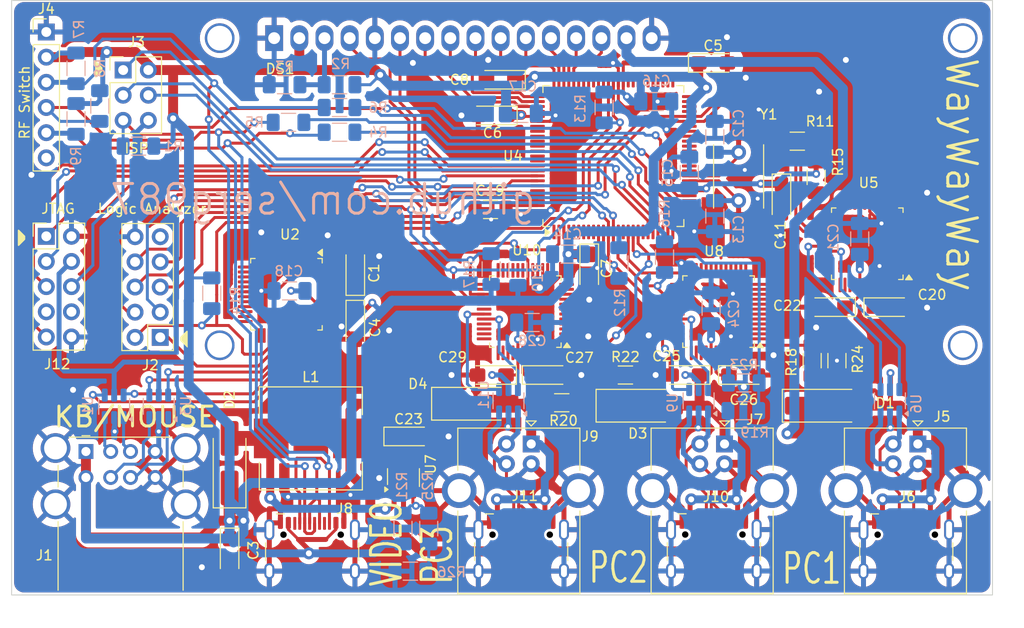
<source format=kicad_pcb>
(kicad_pcb (version 20240108) (generator "pcbnew") (generator_version "8.0")
  (layers (0 "F.Cu" signal) (31 "B.Cu" signal) (34 "B.Paste" user) (35 "F.Paste" user) (36 "B.SilkS" user "B.Silkscreen") (37 "F.SilkS" user "F.Silkscreen") (38 "B.Mask" user) (39 "F.Mask" user) (44 "Edge.Cuts" user))
  (net 0 "")
  (net 1 "GND")
  (net 2 "Net-(U2-VDD33)")
  (net 3 "+5V")
  (net 4 "/Vin")
  (net 5 "Net-(D2-A)")
  (net 6 "Net-(DS1-D5)")
  (net 7 "Net-(DS1-D1)")
  (net 8 "Net-(DS1-E)")
  (net 9 "Net-(DS1-D4)")
  (net 10 "Net-(DS1-RS)")
  (net 11 "Net-(DS1-D6)")
  (net 12 "Net-(DS1-D0)")
  (net 13 "Net-(DS1-D3)")
  (net 14 "Net-(DS1-D2)")
  (net 15 "Net-(DS1-D7)")
  (net 16 "Net-(DS1-VO)")
  (net 17 "/TXD1")
  (net 18 "/RXD1")
  (net 19 "/TXD3")
  (net 20 "/TXD2")
  (net 21 "/RXD0")
  (net 22 "/TXD0")
  (net 23 "/RXD2")
  (net 24 "/RXD3")
  (net 25 "/RST")
  (net 27 "/MOSI")
  (net 28 "/MISO")
  (net 29 "/Vcontr3")
  (net 30 "/SCK")
  (net 61 "Net-(U2-DM)")
  (net 70 "Net-(U2-DP)")
  (net 75 "Net-(J9-D-)")
  (net 76 "Net-(J9-D+)")
  (net 77 "/Vcontr1")
  (net 78 "/Vcontr2")
  (net 83 "Net-(U5-VDD33)")
  (net 94 "Net-(U5-DM)")
  (net 107 "Net-(U5-DP)")
  (net 115 "Net-(J5-D-)")
  (net 121 "Net-(J5-D+)")
  (net 122 "Net-(U4-XTAL1)")
  (net 123 "Net-(U4-XTAL2)")
  (net 124 "Net-(U4-AREF)")
  (net 125 "/Vpc2")
  (net 126 "/Vpc1")
  (net 127 "Net-(U8-VDD33)")
  (net 130 "Net-(U10-VDD33)")
  (net 131 "/Vpc3")
  (net 132 "Net-(J1-D1-)")
  (net 133 "Net-(J1-D1+)")
  (net 134 "Net-(J1-D2+)")
  (net 135 "Net-(J1-D2-)")
  (net 137 "Net-(J7-D+)")
  (net 138 "Net-(J7-D-)")
  (net 147 "Net-(U4-PB5)")
  (net 148 "Net-(U4-PB6)")
  (net 149 "Net-(U4-PB7)")
  (net 150 "Net-(U4-PH4)")
  (net 151 "Net-(U4-PH5)")
  (net 152 "Net-(U4-PH6)")
  (net 153 "Net-(U7-FB)")
  (net 155 "Net-(U2-HP)")
  (net 156 "Net-(U2-HM)")
  (net 193 "/TDO")
  (net 209 "/TCK")
  (net 248 "Net-(U8-DP)")
  (net 261 "Net-(U8-DM)")
  (net 281 "Net-(U10-DM)")
  (net 290 "Net-(U10-DP)")
  (net 304 "Net-(R25-Pad2)")
  (net 305 "/TDI")
  (net 306 "/TMS")
  (footprint "Connector_USB:USB_B_OST_USB-B1HSxx_Horizontal" (layer "F.Cu") (at 93.954 169.76 -90)
    (property "Reference" "J7")
    (property "Value" "USB_B")
  )
  (footprint "Package_TO_SOT_SMD:SOT-23-6_Handsoldering" (layer "F.Cu") (at 61.55 173.15 90)
    (property "Reference" "U7")
    (property "Value" "MT3608")
  )
  (footprint "Package_QFP:LQFP-48_7x7mm_P0.5mm" (layer "F.Cu") (at 73.85 156.4 180)
    (property "Reference" "U10")
    (property "Value" "CH9350L")
  )
  (footprint "Capacitor_Tantalum_SMD:CP_EIA-3216-12_Kemet-S_Pad1.58x1.35mm_HandSolder" (layer "F.Cu") (at 56.6875 157.75 -90)
    (property "Reference" "C4")
    (property "Value" "10uF")
  )
  (footprint "Capacitor_Tantalum_SMD:CP_EIA-3216-12_Kemet-S_Pad1.58x1.35mm_HandSolder" (layer "F.Cu") (at 110.5125 155.95)
    (property "Reference" "C20")
    (property "Value" "10uf")
  )
  (footprint "Package_QFP:LQFP-48_7x7mm_P0.5mm" (layer "F.Cu") (at 93.35 156.4 180)
    (property "Reference" "U8")
    (property "Value" "CH9350L")
  )
  (footprint "" (layer "F.Cu") (at 95.375 137.4 90)
    (property "Reference" "")
    (property "Value" "")
  )
  (footprint "" (layer "F.Cu") (at 95.375 148.1 90)
    (property "Reference" "")
    (property "Value" "")
  )
  (footprint "Capacitor_Tantalum_SMD:CP_EIA-3216-12_Kemet-S_Pad1.58x1.35mm_HandSolder" (layer "F.Cu") (at 92.8 131.3)
    (property "Reference" "C5")
    (property "Value" "10uF")
  )
  (footprint "Resistor_SMD:R_1206_3216Metric_Pad1.30x1.75mm_HandSolder" (layer "F.Cu") (at 103.2 142.85 -90)
    (property "Reference" "R15")
    (property "Value" "10K")
  )
  (footprint "Capacitor_Tantalum_SMD:CP_EIA-3216-12_Kemet-S_Pad1.58x1.35mm_HandSolder" (layer "F.Cu") (at 56.6875 152.275 90)
    (property "Reference" "C1")
    (property "Value" "10uF")
  )
  (footprint "User_lib:USB_C_Receptacle_HCTL_HC-TYPE-C-16P-01A_CUSTOM" (layer "F.Cu") (at 52.33 181.519)
    (property "Reference" "J8")
    (property "Value" "USB_C_Receptacle_USB2.0_16P")
  )
  (footprint "Diode_SMD:D_SMA_Handsoldering" (layer "F.Cu") (at 104.3 165.9)
    (property "Reference" "D1")
    (property "Value" "SS24")
  )
  (footprint "Capacitor_Tantalum_SMD:CP_EIA-3216-12_Kemet-S_Pad1.58x1.35mm_HandSolder" (layer "F.Cu") (at 90 162.8 180)
    (property "Reference" "C25")
    (property "Value" "47uF")
  )
  (footprint "Capacitor_Tantalum_SMD:CP_EIA-3216-12_Kemet-S_Pad1.58x1.35mm_HandSolder" (layer "F.Cu") (at 62.0625 169)
    (property "Reference" "C23")
    (property "Value" "47uF")
  )
  (footprint "Capacitor_Tantalum_SMD:CP_EIA-3216-12_Kemet-S_Pad1.58x1.35mm_HandSolder" (layer "F.Cu") (at 104.675 155.95 180)
    (property "Reference" "C22")
    (property "Value" "47uF")
  )
  (footprint "Capacitor_Tantalum_SMD:CP_EIA-3216-12_Kemet-S_Pad1.58x1.35mm_HandSolder" (layer "F.Cu") (at 99.7 145 -90)
    (property "Reference" "C11")
    (property "Value" "10uF")
  )
  (footprint "User_lib:USB_C_Receptacle_HCTL_HC-TYPE-C-16P-01A_CUSTOM" (layer "F.Cu") (at 112.298 181.519)
    (property "Reference" "J6")
    (property "Value" "USB_C_Receptacle_USB2.0_16P")
  )
  (footprint "Capacitor_Tantalum_SMD:CP_EIA-3216-12_Kemet-S_Pad1.58x1.35mm_HandSolder" (layer "F.Cu") (at 44 180.7375 -90)
    (property "Reference" "C3")
    (property "Value" "47uF")
  )
  (footprint "Capacitor_Tantalum_SMD:CP_EIA-3216-12_Kemet-S_Pad1.58x1.35mm_HandSolder" (layer "F.Cu") (at 70.5375 136.6 180)
    (property "Reference" "C6")
    (property "Value" "10uF")
  )
  (footprint "Inductor_SMD:L_Wuerth_HCI-1040" (layer "F.Cu") (at 52.2 169.2 180)
    (property "Reference" "L1")
    (property "Value" "10uH")
  )
  (footprint "Diode_SMD:D_SMA_Handsoldering" (layer "F.Cu") (at 68.9 165.7)
    (property "Reference" "D4")
    (property "Value" "SS24")
  )
  (footprint "Package_QFP:LQFP-48_7x7mm_P0.5mm" (layer "F.Cu") (at 108.3625 149.55 180)
    (property "Reference" "U5")
    (property "Value" "CH9350L")
  )
  (footprint "Connector_PinHeader_2.54mm:PinHeader_1x06_P2.54mm_Vertical" (layer "F.Cu") (at 25.5 128.18)
    (property "Reference" "J4")
    (property "Value" "Conn_01x06")
  )
  (footprint "Resistor_SMD:R_1206_3216Metric_Pad1.30x1.75mm_HandSolder" (layer "F.Cu") (at 102.8 161.35 -90)
    (property "Reference" "R18")
    (property "Value" "1K")
  )
  (footprint "Package_QFP:LQFP-48_7x7mm_P0.5mm" (layer "F.Cu") (at 49.7375 154.65 -90)
    (property "Reference" "U2")
    (property "Value" "CH9350L")
  )
  (footprint "Capacitor_Tantalum_SMD:CP_EIA-3216-12_Kemet-S_Pad1.58x1.35mm_HandSolder" (layer "F.Cu") (at 70.4625 162.8 180)
    (property "Reference" "C29")
    (property "Value" "47uF")
  )
  (footprint "Package_QFP:TQFP-100_14x14mm_P0.5mm" (layer "F.Cu") (at 82.7375 140.7 90)
    (property "Reference" "U4")
    (property "Value" "ATmega2560-16A")
  )
  (footprint "Connector_USB:USB_B_OST_USB-B1HSxx_Horizontal" (layer "F.Cu") (at 74.444 169.76 -90)
    (property "Reference" "J9")
    (property "Value" "USB_B")
  )
  (footprint "Connector_USB:USB_A_Wuerth_61400826021_Horizontal_Stacked" (layer "F.Cu") (at 29.5 170.52)
    (property "Reference" "J1")
    (property "Value" "USB_A_Stacked")
  )
  (footprint "Resistor_SMD:R_1206_3216Metric_Pad1.30x1.75mm_HandSolder" (layer "F.Cu") (at 101.3 139.2 180)
    (property "Reference" "R11")
    (property "Value" "10K")
  )
  (footprint "Display:WC1602A" (layer "F.Cu") (at 48.4991 128.8)
    (property "Reference" "DS1")
    (property "Value" "WC1602A" (hide yes))
  )
  (footprint "Resistor_SMD:R_1206_3216Metric_Pad1.30x1.75mm_HandSolder" (layer "F.Cu") (at 83.95 162.8)
    (property "Reference" "R22")
    (property "Value" "3K")
  )
  (footprint "Capacitor_Tantalum_SMD:CP_EIA-3216-12_Kemet-S_Pad1.58x1.35mm_HandSolder" (layer "F.Cu") (at 80.3 152.0625 -90)
    (property "Reference" "C7")
    (property "Value" "47uF")
  )
  (footprint "Diode_SMD:D_SMA_Handsoldering" (layer "F.Cu") (at 85.5 165.9)
    (property "Reference" "D3")
    (property "Value" "SS24")
  )
  (footprint "Connector_PinHeader_2.54mm:PinHeader_2x05_P2.54mm_Vertical" (layer "F.Cu") (at 25.5 148.8)
    (property "Reference" "J12")
    (property "Value" "JTAG")
  )
  (footprint "Capacitor_Tantalum_SMD:CP_EIA-3216-12_Kemet-S_Pad1.58x1.35mm_HandSolder" (layer "F.Cu") (at 71.3625 133 180)
    (property "Reference" "C8")
    (property "Value" "47uF")
  )
  (footprint "Diode_SMD:D_SMA_Handsoldering" (layer "F.Cu") (at 44 171.7 90)
    (property "Reference" "D2")
    (property "Value" "SS24")
  )
  (footprint "Connector_PinHeader_2.54mm:PinHeader_2x03_P2.54mm_Vertical" (layer "F.Cu") (at 33.26 132.02)
    (property "Reference" "J3")
    (property "Value" "ISP")
  )
  (footprint "Capacitor_Tantalum_SMD:CP_EIA-3216-12_Kemet-S_Pad1.58x1.35mm_HandSolder" (layer "F.Cu") (at 95.8375 162.8)
    (property "Reference" "C26")
    (property "Value" "10uf")
  )
  (footprint "Resistor_SMD:R_1206_3216Metric_Pad1.30x1.75mm_HandSolder" (layer "F.Cu") (at 105.3 161.35 -90)
    (property "Reference" "R24")
    (property "Value" "3K")
  )
  (footprint "Crystal:Crystal_HC49-4H_Vertical" (layer "F.Cu") (at 95.375 145.2 90)
    (property "Reference" "Y1")
    (property "Value" "14.7456MHz")
  )
  (footprint "Capacitor_SMD:C_1206_3216Metric_Pad1.33x1.80mm_HandSolder" (layer "F.Cu") (at 70.3375 146.1)
    (property "Reference" "C19")
    (property "Value" "0.1")
  )
  (footprint "User_lib:USB_C_Receptacle_HCTL_HC-TYPE-C-16P-01A_CUSTOM" (layer "F.Cu") (at 92.878 181.505)
    (property "Reference" "J10")
    (property "Value" "USB_C_Receptacle_USB2.0_16P")
  )
  (footprint "Connector_USB:USB_B_OST_USB-B1HSxx_Horizontal" (layer "F.Cu") (at 113.464 169.76 -90)
    (property "Reference" "J5")
    (property "Value" "USB_B")
  )
  (footprint "User_lib:USB_C_Receptacle_HCTL_HC-TYPE-C-16P-01A_CUSTOM" (layer "F.Cu") (at 73.428 181.519)
    (property "Reference" "J11")
    (property "Value" "USB_C_Receptacle_USB2.0_16P")
  )
  (footprint "Capacitor_Tantalum_SMD:CP_EIA-3216-12_Kemet-S_Pad1.58x1.35mm_HandSolder" (layer "F.Cu") (at 76.0375 162.8)
    (property "Reference" "C27")
    (property "Value" "10uf")
  )
  (footprint "Resistor_SMD:R_1206_3216Metric_Pad1.30x1.75mm_HandSolder" (layer "F.Cu") (at 77.525 165.6 180)
    (property "Reference" "R20")
    (property "Value" "1K")
  )
  (footprint "Connector_PinHeader_2.54mm:PinHeader_2x05_P2.54mm_Vertical" (layer "F.Cu") (at 37 159 180)
    (property "Reference" "J2")
    (property "Value" "Logic Analyzer Connector")
  )
  (footprint "Resistor_SMD:R_1206_3216Metric_Pad1.30x1.75mm_HandSolder" (layer "B.Cu") (at 95.85 166.4 180)
    (property "Reference" "R19")
    (property "Value" "1K")
  )
  (footprint "Resistor_SMD:R_1206_3216Metric_Pad1.30x1.75mm_HandSolder" (layer "B.Cu") (at 87.9 150.9 -90)
    (property "Reference" "R16")
    (property "Value" "10K")
  )
  (footprint "Resistor_SMD:R_1206_3216Metric_Pad1.30x1.75mm_HandSolder" (layer "B.Cu") (at 55.1 135.8)
    (property "Reference" "R6")
    (property "Value" "270")
  )
  (footprint "Package_TO_SOT_SMD:SOT-23-6" (layer "B.Cu") (at 91.3375 165.4 90)
    (property "Reference" "U9")
    (property "Value" "USBLC6-2SC6")
  )
  (footprint "Resistor_SMD:R_1206_3216Metric_Pad1.30x1.75mm_HandSolder" (layer "B.Cu") (at 55.1 138.3)
    (property "Reference" "R4")
    (property "Value" "270")
  )
  (footprint "Resistor_SMD:R_1206_3216Metric_Pad1.30x1.75mm_HandSolder" (layer "B.Cu") (at 49.95 137.3)
    (property "Reference" "R5")
    (property "Value" "270")
  )
  (footprint "Package_TO_SOT_SMD:SOT-23-6" (layer "B.Cu") (at 36.85 165.9625 90)
    (property "Reference" "U3")
    (property "Value" "USBLC6-2SC6")
  )
  (footprint "Resistor_SMD:R_1206_3216Metric_Pad1.30x1.75mm_HandSolder" (layer "B.Cu") (at 95.9 163.6 180)
    (property "Reference" "R23")
    (property "Value" "3K")
  )
  (footprint "Package_TO_SOT_SMD:SOT-23-6" (layer "B.Cu") (at 110.65 165.4 90)
    (property "Reference" "U6")
    (property "Value" "USBLC6-2SC6")
  )
  (footprint "Package_TO_SOT_SMD:SOT-23-6" (layer "B.Cu") (at 32.35 165.9625 90)
    (property "Reference" "U1")
    (property "Value" "USBLC6-2SC6")
  )
  (footprint "Capacitor_SMD:C_1206_3216Metric_Pad1.33x1.80mm_HandSolder" (layer "B.Cu") (at 50.05 154.3125 180)
    (property "Reference" "C18")
    (property "Value" "0.1")
  )
  (footprint "Resistor_SMD:R_1206_3216Metric_Pad1.30x1.75mm_HandSolder" (layer "B.Cu") (at 81.8 135.8 -90)
    (property "Reference" "R13")
    (property "Value" "10K")
  )
  (footprint "Resistor_SMD:R_1206_3216Metric_Pad1.30x1.75mm_HandSolder" (layer "B.Cu") (at 28.5 131.85 -90)
    (property "Reference" "R7")
    (property "Value" "3K")
  )
  (footprint "Package_TO_SOT_SMD:SOT-23-6" (layer "B.Cu") (at 72.15 165.4 90)
    (property "Reference" "U11")
    (property "Value" "USBLC6-2SC6")
  )
  (footprint "Capacitor_SMD:C_1206_3216Metric_Pad1.33x1.80mm_HandSolder" (layer "B.Cu") (at 107.6 149.0625 90)
    (property "Reference" "C21")
    (property "Value" "0.1")
  )
  (footprint "Capacitor_SMD:C_1206_3216Metric_Pad1.33x1.80mm_HandSolder" (layer "B.Cu") (at 92.6 156.0625 90)
    (property "Reference" "C24")
    (property "Value" "0.1")
  )
  (footprint "Resistor_SMD:R_1206_3216Metric_Pad1.30x1.75mm_HandSolder" (layer "B.Cu") (at 70.4 152.1 90)
    (property "Reference" "R17")
    (property "Value" "10K")
  )
  (footprint "Capacitor_SMD:C_1206_3216Metric_Pad1.33x1.80mm_HandSolder" (layer "B.Cu") (at 92.975 138.7625 -90)
    (property "Reference" "C12")
    (property "Value" "22pF")
  )
  (footprint "Capacitor_SMD:C_1206_3216Metric_Pad1.33x1.80mm_HandSolder" (layer "B.Cu") (at 78.1625 150.6 180)
    (property "Reference" "C14")
    (property "Value" "0.1")
  )
  (footprint "Resistor_SMD:R_1206_3216Metric_Pad1.30x1.75mm_HandSolder" (layer "B.Cu") (at 28.5 136.95 -90)
    (property "Reference" "R9")
    (property "Value" "3K")
  )
  (footprint "Capacitor_SMD:C_1206_3216Metric_Pad1.33x1.80mm_HandSolder" (layer "B.Cu") (at 74.5375 157.5)
    (property "Reference" "C28")
    (property "Value" "0.1")
  )
  (footprint "Resistor_SMD:R_1206_3216Metric_Pad1.30x1.75mm_HandSolder" (layer "B.Cu") (at 62.25 182.6 180)
    (property "Reference" "R26")
    (property "Value" "680")
  )
  (footprint "Resistor_SMD:R_1206_3216Metric_Pad1.30x1.75mm_HandSolder" (layer "B.Cu") (at 30.9 135.65 -90)
    (property "Reference" "R8")
    (property "Value" "3K")
  )
  (footprint "Resistor_SMD:R_1206_3216Metric_Pad1.30x1.75mm_HandSolder" (layer "B.Cu") (at 49.55 133.5 180)
    (property "Reference" "R3")
    (property "Value" "3K")
  )
  (footprint "Capacitor_SMD:C_1206_3216Metric_Pad1.33x1.80mm_HandSolder" (layer "B.Cu") (at 90.4 142.3625 90)
    (property "Reference" "C15")
    (property "Value" "0.1")
  )
  (footprint "Capacitor_SMD:C_1206_3216Metric_Pad1.33x1.80mm_HandSolder" (layer "B.Cu") (at 92.975 146.7625 90)
    (property "Reference" "C13")
    (property "Value" "22pF")
  )
  (footprint "Resistor_SMD:R_1206_3216Metric_Pad1.30x1.75mm_HandSolder" (layer "B.Cu") (at 34.8 139.7 180)
    (property "Reference" "R1")
    (property "Value" "20K")
  )
  (footprint "Resistor_SMD:R_1206_3216Metric_Pad1.30x1.75mm_HandSolder" (layer "B.Cu") (at 83.3 151.5 -90)
    (property "Reference" "R12")
    (property "Value" "10K")
  )
  (footprint "Capacitor_SMD:C_1206_3216Metric_Pad1.33x1.80mm_HandSolder" (layer "B.Cu") (at 73.4 136.4)
    (property "Reference" "C17")
    (property "Value" "0.1")
  )
  (footprint "Capacitor_SMD:C_1206_3216Metric_Pad1.33x1.80mm_HandSolder" (layer "B.Cu") (at 87.0625 135.2)
    (property "Reference" "C16")
    (property "Value" "0.1")
  )
  (footprint "Resistor_SMD:R_1206_3216Metric_Pad1.30x1.75mm_HandSolder" (layer "B.Cu") (at 61.5 178.3 90)
    (property "Reference" "R21")
    (property "Value" "43K")
  )
  (footprint "Resistor_SMD:R_1206_3216Metric_Pad1.30x1.75mm_HandSolder" (layer "B.Cu") (at 64.1 178.3 -90)
    (property "Reference" "R25")
    (property "Value" "5.1K")
  )
  (footprint "Resistor_SMD:R_1206_3216Metric_Pad1.30x1.75mm_HandSolder" (layer "B.Cu") (at 73.1 152.2 90)
    (property "Reference" "R10")
    (property "Value" "10K")
  )
  (footprint "Resistor_SMD:R_1206_3216Metric_Pad1.30x1.75mm_HandSolder" (layer "B.Cu") (at 42.2 154.55 -90)
    (property "Reference" "R14")
    (property "Value" "10K")
  )
  (footprint "Resistor_SMD:R_1206_3216Metric_Pad1.30x1.75mm_HandSolder" (layer "B.Cu") (at 55.1 133.5 180)
    (property "Reference" "R2")
    (property "Value" "18K")
  )
  (gr_poly (pts (xy 39.7 159.9) (xy 39.7 158.4) (xy 39.1 159) (xy 39.1 159.3)) (stroke (width 0.15)) (fill solid) (layer "F.SilkS"))
  (gr_poly (pts (xy 30.5 131.2) (xy 30.5 132.7) (xy 31.1 132.1) (xy 31.1 131.8)) (stroke (width 0.15)) (fill solid) (layer "F.SilkS"))
  (gr_poly (pts (xy 22.7 148.2) (xy 22.7 149.7) (xy 23.3 149.1) (xy 23.3 148.8)) (stroke (width 0.15)) (fill solid) (layer "F.SilkS"))
  (gr_rect (start 22 125) (end 121 185) (stroke (width 0.1)) (fill none) (layer "Edge.Cuts"))
  (gr_text "github.com/serg987" (at 75.075 146.85 0) (layer "B.SilkS") (effects (font (size 3 2.8) (thickness 0.3) (bold yes)) (justify left bottom mirror)))
  (gr_text "VIDEO" (at 61.6 184.3 90) (layer "F.SilkS") (effects (font (size 3 2) (thickness 0.3) (bold yes)) (justify left bottom)))
  (gr_text "Logic Analyzer" (at 30.6 146.6 0) (layer "F.SilkS") (effects (font (size 1 1)) (justify left bottom)))
  (gr_text "WayWayWay" (at 116.1 130.6 -90) (layer "F.SilkS") (effects (font (size 3 2.8) (thickness 0.3) (bold yes)) (justify left bottom)))
  (gr_text "PC3" (at 66.7 184.1 90) (layer "F.SilkS") (effects (font (size 3 2) (thickness 0.3) (bold yes)) (justify left bottom)))
  (gr_text "PC2" (at 80.1 184 0) (layer "F.SilkS") (effects (font (size 3 2) (thickness 0.3) (bold yes)) (justify left bottom)))
  (gr_text "RF Switch" (at 23.9 139.1 90) (layer "F.SilkS") (effects (font (size 1 1)) (justify left bottom)))
  (gr_text "PC1" (at 99.6 184.1 0) (layer "F.SilkS") (effects (font (size 3 2) (thickness 0.3) (bold yes)) (justify left bottom)))
  (gr_text "JTAG" (at 24.9 146.6 0) (layer "F.SilkS") (effects (font (size 1 1)) (justify left bottom)))
  (gr_text "KB/MOUSE" (at 26.1 168.2 0) (layer "F.SilkS") (effects (font (size 2 2) (thickness 0.3) (bold yes)) (justify left bottom)))
  (gr_text "ISP" (at 33.3 140.5 0) (layer "F.SilkS") (effects (font (size 1 1)) (justify left bottom)))
  (segment (start 48 176.3) (end 48.01 176.31) (width 0.5) (layer "F.Cu") (net 1))
  (segment (start 56.65 176.75) (end 56.65 178.414) (width 0.5) (layer "F.Cu") (net 1))
  (segment (start 63.2 173.2) (end 64.47 174.47) (width 0.5) (layer "F.Cu") (net 1))
  (segment (start 83.2375 135.1375) (end 83.2375 133.0375) (width 0.3) (layer "F.Cu") (net 1))
  (segment (start 61.55 173.25) (end 61.5 173.2) (width 0.5) (layer "F.Cu") (net 1))
  (segment (start 55.53 177.724) (end 55.53 176.37) (width 0.5) (layer "F.Cu") (net 1))
  (segment (start 118.234 172.752) (end 118.234 174.47) (width 0.8) (layer "F.Cu") (net 1))
  (segment (start 80.4 152.6) (end 80.4 153.4375) (width 0.3) (layer "F.Cu") (net 1))
  (segment (start 97.198 175.996) (end 98.724 174.47) (width 0.5) (layer "F.Cu") (net 1))
  (segment (start 73.8 146.2) (end 75.075 146.2) (width 0.3) (layer "F.Cu") (net 1))
  (segment (start 89.678 177.71) (end 89.678 176.214) (width 0.5) (layer "F.Cu") (net 1))
  (segment (start 30.3 148.8) (end 30.3 158.8) (width 0.5) (layer "F.Cu") (net 1))
  (segment (start 56.6 176.7) (end 56.65 176.75) (width 0.5) (layer "F.Cu") (net 1))
  (segment (start 105.3 161.35) (end 105.3 162.9) (width 0.5) (layer "F.Cu") (net 1))
  (segment (start 30.1 159) (end 30.06 158.96) (width 0.5) (layer "F.Cu") (net 1))
  (segment (start 77.748 178.424) (end 77.748 175.936) (width 0.5) (layer "F.Cu") (net 1))
  (segment (start 67.4 136.6) (end 69.2625 136.6) (width 0.8) (layer "F.Cu") (net 1))
  (segment (start 56.6875 159.1875) (end 56.5875 159.1875) (width 0.5) (layer "F.Cu") (net 1))
  (segment (start 88.6 143.4) (end 88.9 143.7) (width 0.3) (layer "F.Cu") (net 1))
  (segment (start 93.954 171.76) (end 96.014 171.76) (width 0.8) (layer "F.Cu") (net 1))
  (segment (start 77.6 145) (end 76.4 146.2) (width 0.8) (layer "F.Cu") (net 1))
  (segment (start 107.252 174.47) (end 106.194 174.47) (width 0.5) (layer "F.Cu") (net 1))
  (segment (start 64.47 174.47) (end 67.174 174.47) (width 0.5) (layer "F.Cu") (net 1))
  (segment (start 116.616 178.468) (end 116.616 176.088) (width 0.5) (layer "F.Cu") (net 1))
  (segment (start 67.2 150.4) (end 72.5 150.4) (width 0.3) (layer "F.Cu") (net 1))
  (segment (start 74.46 171.76) (end 77.17 174.47) (width 0.8) (layer "F.Cu") (net 1))
  (segment (start 83.2375 133.0375) (end 83.2375 131.8375) (width 0.3) (layer "F.Cu") (net 1))
  (segment (start 78.2 152) (end 81.1 152) (width 0.3) (layer "F.Cu") (net 1))
  (segment (start 76.628 177.659) (end 76.628 176.262) (width 0.5) (layer "F.Cu") (net 1))
  (segment (start 66.8 150.8) (end 67.2 150.4) (width 0.3) (layer "F.Cu") (net 1))
  (segment (start 61.55 176.75) (end 62.3 177.5) (width 0.5) (layer "F.Cu") (net 1))
  (segment (start 96.014 171.76) (end 98.724 174.47) (width 0.8) (layer "F.Cu") (net 1))
  (segment (start 97.2 164) (end 97.2 162.875) (width 0.8) (layer "F.Cu") (net 1))
  (segment (start 109.8 147.5) (end 108.6125 146.3125) (width 0.3) (layer "F.Cu") (net 1))
  (segment (start 72.5 150.4) (end 72.9 150.8) (width 0.3) (layer "F.Cu") (net 1))
  (segment (start 83.2375 131.8375) (end 82.7 131.3) (width 0.3) (layer "F.Cu") (net 1))
  (segment (start 88.4625 162.9) (end 88.5625 162.8) (width 0.5) (layer "F.Cu") (net 1))
  (segment (start 99.6 148.7) (end 98 150.3) (width 0.5) (layer "F.Cu") (net 1))
  (segment (start 96.078 177.71) (end 96.078 175.956) (width 0.5) (layer "F.Cu") (net 1))
  (segment (start 30.3 158.8) (end 30.1 159) (width 0.5) (layer "F.Cu") (net 1))
  (segment (start 113.464 171.76) (end 117.242 171.76) (width 0.8) (layer "F.Cu") (net 1))
  (segment (start 76.628 176.262) (end 78.42 174.47) (width 0.5) (layer "F.Cu") (net 1))
  (segment (start 87 162.8) (end 88.5625 162.8) (width 0.8) (layer "F.Cu") (net 1))
  (segment (start 117.39 174.47) (end 118.234 174.47) (width 0.5) (layer "F.Cu") (net 1))
  (segment (start 93.6 153.4) (end 94.8 154.6) (width 0.3) (layer "F.Cu") (net 1))
  (segment (start 36.85 168.5) (end 32.4 168.5) (width 0.5) (layer "F.Cu") (net 1))
  (segment (start 61.55 174.5) (end 61.55 176.75) (width 0.5) (layer "F.Cu") (net 1))
  (segment (start 88.558 178.29) (end 88.558 176.344) (width 0.5) (layer "F.Cu") (net 1))
  (segment (start 107.976 178.468) (end 107.976 176.252) (width 0.5) (layer "F.Cu") (net 1))
  (segment (start 76.2 154) (end 78.2 152) (width 0.3) (layer "F.Cu") (net 1))
  (segment (start 88.6 142.2) (end 88.6 143.4) (width 0.3) (layer "F.Cu") (net 1))
  (segment (start 97.564 174.47) (end 98.724 174.47) (width 0.5) (layer "F.Cu") (net 1))
  (segment (start 80.4 153.4375) (end 80.4 155.1) (width 1) (layer "F.Cu") (net 1))
  (segment (start 107.976 176.252) (end 106.194 174.47) (width 0.5) (layer "F.Cu") (net 1))
  (segment (start 80.4 155.1) (end 80.3 155.2) (width 1) (layer "F.Cu") (net 1))
  (segment (start 76.9 136.6) (end 76.3 137.2) (width 0.3) (layer "F.Cu") (net 1))
  (segment (start 48.01 176.31) (end 48.01 178.414) (width 0.5) (layer "F.Cu") (net 1))
  (segment (start 115.496 176.364) (end 117.39 174.47) (width 0.5) (layer "F.Cu") (net 1))
  (segment (start 86.35 136.05) (end 84.15 136.05) (width 0.3) (layer "F.Cu") (net 1))
  (segment (start 70.228 177.844) (end 70.228 176.624) (width 0.5) (layer "F.Cu") (net 1))
  (segment (start 64.2 177.444) (end 67.174 174.47) (width 0.5) (layer "F.Cu") (net 1))
  (segment (start 84.15 136.05) (end 83.2375 135.1375) (width 0.3) (layer "F.Cu") (net 1))
  (segment (start 59.1 150.8) (end 66.8 150.8) (width 0.3) (layer "F.Cu") (net 1))
  (segment (start 28.1 168.5) (end 26.43 170.17) (width 0.5) (layer "F.Cu") (net 1))
  (segment (start 77.748 175.936) (end 79.214 174.47) (width 0.5) (layer "F.Cu") (net 1))
  (segment (start 74.1 158.2) (end 75.1 159.2) (width 0.3) (layer "F.Cu") (net 1))
  (segment (start 32.4 168.5) (end 28.1 168.5) (width 0.5) (layer "F.Cu") (net 1))
  (segment (start 115.496 177.888) (end 115.496 176.364) (width 0.5) (layer "F.Cu") (net 1))
  (segment (start 109.6 151.8) (end 109.6125 151.8125) (width 0.3) (layer "F.Cu") (net 1))
  (segment (start 93.6 152.2375) (end 93.6 153.4) (width 0.3) (layer "F.Cu") (net 1))
  (segment (start 75.3 154) (end 76.2 154) (width 0.3) (layer "F.Cu") (net 1))
  (segment (start 49.13 177.724) (end 49.13 176.33) (width 0.5) (layer "F.Cu") (net 1))
  (segment (start 56.5875 159.1875) (end 55.3 157.9) (width 0.5) (layer "F.Cu") (net 1))
  (segment (start 68.074 174.47) (end 67.174 174.47) (width 0.5) (layer "F.Cu") (net 1))
  (segment (start 47.1 154.4) (end 47.2 154.3) (width 0.3) (layer "F.Cu") (net 1))
  (segment (start 73.7 150.8) (end 74.1 151.2) (width 0.3) (layer "F.Cu") (net 1))
  (segment (start 88.558 176.344) (end 86.684 174.47) (width 0.5) (layer "F.Cu") (net 1))
  (segment (start 68.775 146.1) (end 69.4 146.1) (width 0.5) (layer "F.Cu") (net 1))
  (segment (start 109.6125 151.8125) (end 109.6125 153.7125) (width 0.3) (layer "F.Cu") (net 1))
  (segment (start 107.976 178.468) (end 107.976 182.638) (width 0.5) (layer "F.Cu") (net 1))
  (segment (start 56.6 176.3) (end 56.6 176.7) (width 0.5) (layer "F.Cu") (net 1))
  (segment (start 81.7375 151.2625) (end 80.4 152.6) (width 0.3) (layer "F.Cu") (net 1))
  (segment (start 45.575 154.4) (end 47.1 154.4) (width 0.3) (layer "F.Cu") (net 1))
  (segment (start 87.2 135.2) (end 86.35 136.05) (width 0.3) (layer "F.Cu") (net 1))
  (segment (start 77.6 137.3) (end 77.6 145) (width 0.8) (layer "F.Cu") (net 1))
  (segment (start 76.9 136.6) (end 77.6 137.3) (width 0.8) (layer "F.Cu") (net 1))
  (segment (start 74.1 151.2) (end 74.1 152.2375) (width 0.3) (layer "F.Cu") (net 1))
  (segment (start 77.475 162.8) (end 79.5 162.8) (width 1) (layer "F.Cu") (net 1))
  (segment (start 55.53 176.37) (end 55.6 176.3) (width 0.5) (layer "F.Cu") (net 1))
  (segment (start 69.4 146.1) (end 70.4 147.1) (width 0.5) (layer "F.Cu") (net 1))
  (segment (start 74.444 171.76) (end 74.46 171.76) (width 0.8) (layer "F.Cu") (net 1))
  (segment (start 87.934 174.47) (end 86.684 174.47) (width 0.5) (layer "F.Cu") (net 1))
  (segment (start 62.3 177.5) (end 64.2 177.5) (width 0.5) (layer "F.Cu") (net 1))
  (segment (start 74.1 152.2375) (end 74.1 158.2) (width 0.3) (layer "F.Cu") (net 1))
  (segment (start 81.7375 148.3625) (end 81.7375 151.2625) (width 0.3) (layer "F.Cu") (net 1))
  (segment (start 85.5 162.8) (end 87 162.8) (width 0.8) (layer "F.Cu") (net 1))
  (segment (start 55.6 176.3) (end 56.6 176.3) (width 0.5) (layer "F.Cu") (net 1))
  (segment (start 72.9 150.8) (end 73.7 150.8) (width 0.3) (layer "F.Cu") (net 1))
  (segment (start 98 150.3) (end 92.9 150.3) (width 0.5) (layer "F.Cu") (net 1))
  (segment (start 69.108 176.404) (end 67.174 174.47) (width 0.5) (layer "F.Cu") (net 1))
  (segment (start 109.096 176.314) (end 107.252 174.47) (width 0.5) (layer "F.Cu") (net 1))
  (segment (start 96.078 175.956) (end 97.564 174.47) (width 0.5) (layer "F.Cu") (net 1))
  (segment (start 94.6 160.5625) (end 94.6 158.9) (width 0.3) (layer "F.Cu") (net 1))
  (segment (start 116.616 178.468) (end 116.616 182.638) (width 0.5) (layer "F.Cu") (net 1))
  (segment (start 70.228 176.624) (end 68.074 174.47) (width 0.5) (layer "F.Cu") (net 1))
  (segment (start 77.17 174.47) (end 79.214 174.47) (width 0.8) (layer "F.Cu") (net 1))
  (segment (start 97.2 162.875) (end 97.275 162.8) (width 0.8) (layer "F.Cu") (net 1))
  (segment (start 97.198 178.29) (end 97.198 175.996) (width 0.5) (layer "F.Cu") (net 1))
  (segment (start 49.1 176.3) (end 48 176.3) (width 0.5) (layer "F.Cu") (net 1))
  (segment (start 70.1 132.825) (end 69.925 133) (width 0.8) (layer "F.Cu") (net 1))
  (segment (start 109.096 177.888) (end 109.096 176.314) (width 0.5) (layer "F.Cu") (net 1))
  (segment (start 76.3 137.2) (end 75.075 137.2) (width 0.3) (layer "F.Cu") (net 1))
  (segment (start 75.1 160.5625) (end 75.1 159.2) (width 0.3) (layer "F.Cu") (net 1))
  (segment (start 89.678 176.214) (end 87.934 174.47) (width 0.5) (layer "F.Cu") (net 1))
  (segment (start 75.075 146.2) (end 76.4 146.2) (width 0.3) (layer "F.Cu") (net 1))
  (segment (start 108.6125 146.3125) (end 108.6125 145.3875) (width 0.3) (layer "F.Cu") (net 1))
  (segment (start 70.1 131) (end 70.1 132.825) (width 0.8) (layer "F.Cu") (net 1))
  (segment (start 88.9 143.7) (end 90.4 143.7) (width 0.3) (layer "F.Cu") (net 1))
  (segment (start 92.9 150.3) (end 90.9 148.3) (width 0.5) (layer "F.Cu") (net 1))
  (segment (start 95.9 164) (end 97.2 164) (width 0.8) (layer "F.Cu") (net 1))
  (segment (start 73.4 146.6) (end 73.8 146.2) (width 0.3) (layer "F.Cu") (net 1))
  (segment (start 62.850708 173.2) (end 63.2 173.2) (width 0.5) (layer "F.Cu") (net 1))
  (segment (start 61.5 173.2) (end 62.850708 173.2) (width 0.5) (layer "F.Cu") (net 1))
  (segment (start 30.06 158.96) (end 28.04 158.96) (width 0.5) (layer "F.Cu") (net 1))
  (segment (start 116.616 176.088) (end 118.234 174.47) (width 0.5) (layer "F.Cu") (net 1))
  (segment (start 62.850708 173.2) (end 59.1 173.2) (width 0.5) (layer "F.Cu") (net 1))
  (segment (start 28.04 148.8) (end 30.3 148.8) (width 0.5) (layer "F.Cu") (net 1))
  (segment (start 117.242 171.76) (end 118.234 172.752) (width 0.8) (layer "F.Cu") (net 1))
  (segment (start 103.1375 156.05) (end 103.2375 155.95) (width 0.5) (layer "F.Cu") (net 1))
  (segment (start 49.13 176.33) (end 49.1 176.3) (width 0.5) (layer "F.Cu") (net 1))
  (segment (start 78.42 174.47) (end 79.214 174.47) (width 0.5) (layer "F.Cu") (net 1))
  (segment (start 80.3 155.2) (end 81 155.2) (width 1) (layer "F.Cu") (net 1))
  (segment (start 69.108 178.424) (end 69.108 176.404) (width 0.5) (layer "F.Cu") (net 1))
  (segment (start 61.55 174.5) (end 61.55 173.25) (width 0.5) (layer "F.Cu") (net 1))
  (segment (start 64.2 177.5) (end 64.2 177.444) (width 0.5) (layer "F.Cu") (net 1))
  (via (at 66.4 162.8) (size 1.2) (drill 0.6) (layers "F.Cu" "B.Cu") (net 1))
  (via (at 73.4 146.6) (size 0.8) (drill 0.4) (layers "F.Cu" "B.Cu") (net 1))
  (via (at 87.2 135.2) (size 0.8) (drill 0.4) (layers "F.Cu" "B.Cu") (net 1))
  (via (at 24 142.6) (size 1.2) (drill 0.6) (layers "F.Cu" "B.Cu") (net 1))
  (via (at 103.5 134.2) (size 1.2) (drill 0.6) (layers "F.Cu" "B.Cu") (net 1))
  (via (at 36.85 168.5) (size 0.8) (drill 0.4) (layers "F.Cu" "B.Cu") (net 1))
  (via (at 75.3 154) (size 1.2) (drill 0.6) (layers "F.Cu" "B.Cu") (net 1))
  (via (at 32.4 168.5) (size 0.8) (drill 0.4) (layers "F.Cu" "B.Cu") (net 1))
  (via (at 91.3 168.1) (size 0.8) (drill 0.4) (layers "F.Cu" "B.Cu") (net 1))
  (via (at 67.4 136.6) (size 1.2) (drill 0.6) (layers "F.Cu" "B.Cu") (net 1))
  (via (at 47.2 148.4) (size 1.2) (drill 0.6) (layers "F.Cu" "B.Cu") (net 1))
  (via (at 80.2 158.9) (size 1.2) (drill 0.6) (layers "F.Cu" "B.Cu") (net 1))
  (via (at 106.2 131) (size 1.2) (drill 0.6) (layers "F.Cu" "B.Cu") (net 1))
  (via (at 81.1 152) (size 0.8) (drill 0.4) (layers "F.Cu" "B.Cu") (net 1))
  (via (at 97.3 145) (size 0.8) (drill 0.4) (layers "F.Cu" "B.Cu") (net 1))
  (via (at 70.1 131) (size 1.2) (drill 0.6) (layers "F.Cu" "B.Cu") (net 1))
  (via (at 110.7 168.1) (size 0.8) (drill 0.4) (layers "F.Cu" "B.Cu") (net 1))
  (via (at 41.2 182.2) (size 1.2) (drill 0.6) (layers "F.Cu" "B.Cu") (net 1))
  (via (at 95.9 164) (size 1.2) (drill 0.6) (layers "F.Cu" "B.Cu") (net 1))
  (via (at 76.4 146.2) (size 0.8) (drill 0.4) (layers "F.Cu" "B.Cu") (net 1))
  (via (at 88.6 142.2) (size 0.8) (drill 0.4) (layers "F.Cu" "B.Cu") (net 1))
  (via (at 76.9 136.6) (size 0.8) (drill 0.4) (layers "F.Cu" "B.Cu") (net 1))
  (via (at 114.4 144.4) (size 1.2) (drill 0.6) (layers "F.Cu" "B.Cu") (net 1))
  (via (at 72.1 168) (size 0.8) (drill 0.4) (layers "F.Cu" "B.Cu") (net 1))
  (via (at 103.2 158) (size 1.2) (drill 0.6) (layers "F.Cu" "B.Cu") (net 1))
  (via (at 86.3 158.8) (size 1.2) (drill 0.6) (layers "F.Cu" "B.Cu") (net 1))
  (via (at 62.5 131.3) (size 1.2) (drill 0.6) (layers "F.Cu" "B.Cu") (net 1))
  (via (at 47.2 154.3) (size 0.8) (drill 0.4) (layers "F.Cu" "B.Cu") (net 1))
  (via (at 79.5 162.8) (size 1.2) (drill 0.6) (layers "F.Cu" "B.Cu") (net 1))
  (via (at 109.8 147.5) (size 0.8) (drill 0.4) (layers "F.Cu" "B.Cu") (net 1))
  (via (at 49.9 175.1) (size 0.8) (drill 0.4) (layers "F.Cu" "B.Cu") (net 1))
  (via (at 94.2 128.7) (size 1.2) (drill 0.6) (layers "F.Cu" "B.Cu") (net 1))
  (via (at 28.2 164.3) (size 1.2) (drill 0.6) (layers "F.Cu" "B.Cu") (net 1))
  (via (at 96 142.1) (size 0.8) (drill 0.4) (layers "F.Cu" "B.Cu") (net 1))
  (via (at 60.1 158.3) (size 1.2) (drill 0.6) (layers "F.Cu" "B.Cu") (net 1))
  (via (at 87 162.8) (size 1.2) (drill 0.6) (layers "F.Cu" "B.Cu") (net 1))
  (via (at 59.1 150.8) (size 1.2) (drill 0.6) (layers "F.Cu" "B.Cu") (net 1))
  (via (at 97.4 136) (size 0.8) (drill 0.4) (layers "F.Cu" "B.Cu") (net 1))
  (via (at 66.1 169) (size 1.2) (drill 0.6) (layers "F.Cu" "B.Cu") (net 1))
  (via (at 82.7 131.3) (size 0.8) (drill 0.4) (layers "F.Cu" "B.Cu") (net 1))
  (via (at 75.1 159.2) (size 0.8) (drill 0.4) (layers "F.Cu" "B.Cu") (net 1))
  (via (at 55.3 157.9) (size 1.2) (drill 0.6) (layers "F.Cu" "B.Cu") (net 1))
  (via (at 88.1 138) (size 0.8) (drill 0.4) (layers "F.Cu" "B.Cu") (net 1))
  (via (at 59.1 173.2) (size 1.2) (drill 0.6) (layers "F.Cu" "B.Cu") (net 1))
  (via (at 114.4 156) (size 1.2) (drill 0.6) (layers "F.Cu" "B.Cu") (net 1))
  (via (at 94.6 158.9) (size 0.8) (drill 0.4) (layers "F.Cu" "B.Cu") (net 1))
  (via (at 53.9 148.7) (size 1.2) (drill 0.6) (layers "F.Cu" "B.Cu") (net 1))
  (via (at 56.2 174.9) (size 0.8) (drill 0.4) (layers "F.Cu" "B.Cu") (net 1))
  (via (at 89.6 151.5) (size 0.8) (drill 0.4) (layers "F.Cu" "B.Cu") (net 1))
  (via (at 80.3 155.2) (size 1.2) (drill 0.6) (layers "F.Cu" "B.Cu") (net 1))
  (via (at 105.3 161.35) (size 0.8) (drill 0.4) (layers "F.Cu" "B.Cu") (net 1))
  (via (at 98.9 160.8) (size 1.2) (drill 0.6) (layers "F.Cu" "B.Cu") (net 1))
  (via (at 90.9 148.3) (size 0.8) (drill 0.4) (layers "F.Cu" "B.Cu") (net 1))
  (via (at 99.6 148.7) (size 0.8) (drill 0.4) (layers "F.Cu" "B.Cu") (net 1))
  (via (at 94.8 154.6) (size 0.8) (drill 0.4) (layers "F.Cu" "B.Cu") (net 1))
  (via (at 109.6 151.8) (size 0.8) (drill 0.4) (layers "F.Cu" "B.Cu") (net 1))
  (via (at 70.4 147.1) (size 0.8) (drill 0.4) (layers "F.Cu" "B.Cu") (net 1))
  (via (at 96.1 132.8) (size 1.2) (drill 0.6) (layers "F.Cu" "B.Cu") (net 1))
  (segment (start 47.2 148.4) (end 47.2 154.3) (width 0.5) (layer "B.Cu") (net 1))
  (segment (start 32.4 168.5) (end 32.4 167.15) (width 0.5) (layer "B.Cu") (net 1))
  (segment (start 94.8 154.6) (end 94.7 154.5) (width 0.8) (layer "B.Cu") (net 1))
  (segment (start 87.2 135.2) (end 88.625 135.2) (width 0.8) (layer "B.Cu") (net 1))
  (segment (start 72.15 167.95) (end 72.1 168) (width 0.5) (layer "B.Cu") (net 1))
  (segment (start 93.954 171.76) (end 91.914 173.8) (width 0.3) (layer "B.Cu") (net 1))
  (segment (start 90.49 173.8) (end 88.99 172.3) (width 0.3) (layer "B.Cu") (net 1))
  (segment (start 36.85 168.5) (end 36.85 170.17) (width 0.5) (layer "B.Cu") (net 1))
  (segment (start 91.914 173.8) (end 90.49 173.8) (width 0.3) (layer "B.Cu") (net 1))
  (segment (start 76.1 159.2) (end 76.1 157.5) (width 0.8) (layer "B.Cu") (net 1))
  (segment (start 75.1 159.2) (end 76.1 159.2) (width 0.8) (layer "B.Cu") (net 1))
  (segment (start 91.3375 168.0625) (end 91.3 168.1) (width 0.5) (layer "B.Cu") (net 1))
  (segment (start 36.85 170.17) (end 36.5 170.52) (width 0.5) (layer "B.Cu") (net 1))
  (segment (start 72.15 166.5375) (end 72.15 167.95) (width 0.5) (layer "B.Cu") (net 1))
  (segment (start 48.8 157.9) (end 55.3 157.9) (width 0.5) (layer "B.Cu") (net 1))
  (segment (start 36.85 167.1) (end 36.85 168.5) (width 0.5) (layer "B.Cu") (net 1))
  (segment (start 32.4 167.15) (end 32.35 167.1) (width 0.5) (layer "B.Cu") (net 1))
  (segment (start 88.99 172.3) (end 88.854 172.3) (width 0.3) (layer "B.Cu") (net 1))
  (segment (start 47.2 154.3) (end 47.2 156.3) (width 0.5) (layer "B.Cu") (net 1))
  (segment (start 94.7 154.5) (end 92.6 154.5) (width 0.8) (layer "B.Cu") (net 1))
  (segment (start 35.8 137.1) (end 34.46 138.44) (width 0.5) (layer "B.Cu") (net 1))
  (segment (start 110.65 168.05) (end 110.7 168.1) (width 0.5) (layer "B.Cu") (net 1))
  (segment (start 95.5 163.6) (end 95.9 164) (width 0.5) (layer "B.Cu") (net 1))
  (segment (start 91.3375 166.5375) (end 91.3375 168.0625) (width 0.5) (layer "B.Cu") (net 1))
  (segment (start 48.4875 154.3125) (end 47.2125 154.3125) (width 0.5) (layer "B.Cu") (net 1))
  (segment (start 47.2 156.3) (end 48.8 157.9) (width 0.5) (layer "B.Cu") (net 1))
  (segment (start 47.2125 154.3125) (end 47.2 154.3) (width 0.5) (layer "B.Cu") (net 1))
  (segment (start 34.46 138.44) (end 34.46 148.84) (width 0.5) (layer "B.Cu") (net 1))
  (segment (start 94.35 163.6) (end 95.5 163.6) (width 0.5) (layer "B.Cu") (net 1))
  (segment (start 110.65 166.5375) (end 110.65 168.05) (width 0.5) (layer "B.Cu") (net 1))
  (segment (start 88.854 172.3) (end 86.684 174.47) (width 0.3) (layer "B.Cu") (net 1))
  (segment (start 109.8 147.5) (end 107.6 147.5) (width 0.8) (layer "B.Cu") (net 1))
  (segment (start 56.6875 153.7125) (end 56.1875 153.7125) (width 0.3) (layer "F.Cu") (net 2))
  (segment (start 55 154.9) (end 53.9 154.9) (width 0.3) (layer "F.Cu") (net 2))
  (segment (start 56.1875 153.7125) (end 55 154.9) (width 0.3) (layer "F.Cu") (net 2))
  (segment (start 83.7375 134.3375) (end 83.7375 133.0375) (width 0.3) (layer "F.Cu") (net 3))
  (segment (start 72.8 133) (end 74.5 133) (width 1) (layer "F.Cu") (net 3))
  (segment (start 50.95288 179.4) (end 53.708695 179.4) (width 0.5) (layer "F.Cu") (net 3))
  (segment (start 38.3 132.2) (end 38.3 132.1) (width 0.3) (layer "F.Cu") (net 3))
  (segment (start 42.9 177.5) (end 41.2 179.2) (width 1) (layer "F.Cu") (net 3))
  (segment (start 41.2 179.2) (end 29.8 179.2) (width 1) (layer "F.Cu") (net 3))
  (segment (start 29.8 179.2) (end 29.5 178.9) (width 1) (layer "F.Cu") (net 3))
  (segment (start 80.3625 150.6) (end 80.4 150.5625) (width 1) (layer "F.Cu") (net 3))
  (segment (start 74.5 133) (end 74.8 132.7) (width 1) (layer "F.Cu") (net 3))
  (segment (start 56.6875 156.3125) (end 55.8875 156.3125) (width 0.3) (layer "F.Cu") (net 3))
  (segment (start 81.2375 149.725) (end 80.4 150.5625) (width 0.3) (layer "F.Cu") (net 3))
  (segment (start 51.0391 131.9591) (end 51.0391 128.8) (width 1) (layer "F.Cu") (net 3))
  (segment (start 44 177.5) (end 44 179.3) (width 1) (layer "F.Cu") (net 3))
  (segment (start 102.85 139.2) (end 102.85 140.95) (width 0.5) (layer "F.Cu") (net 3))
  (segment (start 38.22 132.02) (end 35.8 132.02) (width 0.3) (layer "F.Cu") (net 3))
  (segment (start 78.2 150.6) (end 80.275 150.6) (width 1) (layer "F.Cu") (net 3))
  (segment (start 27.88 130.72) (end 28.4 130.2) (width 1) (layer "F.Cu") (net 3))
  (segment (start 91.3 131.3625) (end 91.3625 131.3) (width 1) (layer "F.Cu") (net 3))
  (segment (start 44 177.5) (end 42.9 177.5) (width 1) (layer "F.Cu") (net 3))
  (segment (start 44 174.2) (end 44 177.5) (width 1.2) (layer "F.Cu") (net 3))
  (segment (start 29.5 178.9) (end 29.5 173.14) (width 1) (layer "F.Cu") (net 3))
  (segment (start 51.5 154.3) (end 52.6 155.4) (width 0.3) (layer "F.Cu") (net 3))
  (segment (start 50.2 154.3) (end 51.5 154.3) (width 0.3) (layer "F.Cu") (net 3))
  (segment (start 83.7375 133.0375) (end 83.7375 131.3625) (width 0.3) (layer "F.Cu") (net 3))
  (segment (start 56.6875 156.3125) (end 57.5875 156.3125) (width 0.5) (layer "F.Cu") (net 3))
  (segment (start 38.3 136.9) (end 38.3 132.2) (width 1) (layer "F.Cu") (net 3))
  (segment (start 81.2375 148.3625) (end 81.2375 149.725) (width 0.3) (layer "F.Cu") (net 3))
  (segment (start 28.4 130.2) (end 31.6 130.2) (width 1) (layer "F.Cu") (net 3))
  (segment (start 99.6375 143.5) (end 99.7 143.5625) (width 0.8) (layer "F.Cu") (net 3))
  (segment (start 49.93 178.37712) (end 50.95288 179.4) (width 0.3) (layer "F.Cu") (net 3))
  (segment (start 73.45 136.55) (end 73.6 136.7) (width 0.3) (layer "F.Cu") (net 3))
  (segment (start 51.1 132.02) (end 51.0391 131.9591) (width 1) (layer "F.Cu") (net 3))
  (segment (start 35.8 132.02) (end 50.1191 132.02) (width 1) (layer "F.Cu") (net 3))
  (segment (start 102.85 140.95) (end 103.2 141.3) (width 0.5) (layer "F.Cu") (net 3))
  (segment (start 91.3 133) (end 91.3 131.3625) (width 1) (layer "F.Cu") (net 3))
  (segment (start 91.3625 131.3) (end 83.8 131.3) (width 0.5) (layer "F.Cu") (net 3))
  (segment (start 80.275 150.6) (end 80.3 150.625) (width 1) (layer "F.Cu") (net 3))
  (segment (start 31.6 130.2) (end 34.5 130.2) (width 1) (layer "F.Cu") (net 3))
  (segment (start 54.975 155.4) (end 53.9 155.4) (width 0.3) (layer "F.Cu") (net 3))
  (segment (start 50.1191 132.02) (end 58.72 132.02) (width 1) (layer "F.Cu") (net 3))
  (segment (start 73.45 136.55) (end 72.025 136.55) (width 1) (layer "F.Cu") (net 3))
  (segment (start 29.5 173.14) (end 29.5 170.52) (width 1) (layer "F.Cu") (net 3))
  (segment (start 57.5875 156.3125) (end 58.4 155.5) (width 0.5) (layer "F.Cu") (net 3))
  (segment (start 52.6 155.4) (end 53.9 155.4) (width 0.3) (layer "F.Cu") (net 3))
  (segment (start 97.6 143.5) (end 99.6375 143.5) (width 0.8) (layer "F.Cu") (net 3))
  (segment (start 53.708695 179.4) (end 54.73 178.378695) (width 0.3) (layer "F.Cu") (net 3))
  (segment (start 35.8 131.5) (end 35.8 132.02) (width 1) (layer "F.Cu") (net 3))
  (segment (start 44 177.5) (end 45.4 177.5) (width 1) (layer "F.Cu") (net 3))
  (segment (start 34.5 130.2) (end 35.8 131.5) (width 1) (layer "F.Cu") (net 3))
  (segment (start 55.8875 156.3125) (end 54.975 155.4) (width 0.3) (layer "F.Cu") (net 3))
  (segment (start 58.72 132.02) (end 59.2 132.5) (width 1) (layer "F.Cu") (net 3))
  (segment (start 52 180.44712) (end 50.95288 179.4) (width 0.5) (layer "F.Cu") (net 3))
  (segment (start 73.6 136.7) (end 75.075 136.7) (width 0.3) (layer "F.Cu") (net 3))
  (segment (start 103.2 142.5) (end 103.2 141.3) (width 0.5) (layer "F.Cu") (net 3))
  (segment (start 84.1 134.7) (end 83.7375 134.3375) (width 0.3) (layer "F.Cu") (net 3))
  (segment (start 92.1 133.8) (end 91.3 133) (width 1) (layer "F.Cu") (net 3))
  (segment (start 54.73 178.378695) (end 54.73 177.724) (width 0.3) (layer "F.Cu") (net 3))
  (segment (start 72.025 136.55) (end 71.975 136.6) (width 1) (layer "F.Cu") (net 3))
  (segment (start 83.7375 131.3625) (end 83.8 131.3) (width 0.3) (layer "F.Cu") (net 3))
  (segment (start 90.4 144.2) (end 91.871259 144.2) (width 0.3) (layer "F.Cu") (net 3))
  (segment (start 38.3 132.1) (end 38.22 132.02) (width 0.3) (layer "F.Cu") (net 3))
  (segment (start 91.871259 144.2) (end 92.107049 143.96421) (width 0.3) (layer "F.Cu") (net 3))
  (segment (start 49.93 177.724) (end 49.93 178.37712) (width 0.3) (layer "F.Cu") (net 3))
  (segment (start 25.5 130.72) (end 27.88 130.72) (width 1) (layer "F.Cu") (net 3))
  (via (at 92.1 133.8) (size 1.2) (drill 0.6) (layers "F.Cu" "B.Cu") (net 3))
  (via (at 103.2 142.5) (size 0.8) (drill 0.4) (layers "F.Cu" "B.Cu") (net 3))
  (via (at 73.45 136.55) (size 0.8) (drill 0.4) (layers "F.Cu" "B.Cu") (net 3))
  (via (at 58.4 155.5) (size 0.8) (drill 0.4) (layers "F.Cu" "B.Cu") (net 3))
  (via (at 45.4 177.5) (size 1.2) (drill 0.6) (layers "F.Cu" "B.Cu") (net 3))
  (via (at 74.8 132.7) (size 1.2) (drill 0.6) (layers "F.Cu" "B.Cu") (net 3))
  (via (at 31.6 130.2) (size 1.2) (drill 0.6) (layers "F.Cu" "B.Cu") (net 3))
  (via (at 78.2 150.6) (size 1.2) (drill 0.6) (layers "F.Cu" "B.Cu") (net 3))
  (via (at 44 177.5) (size 1.2) (drill 0.6) (layers "F.Cu" "B.Cu") (net 3))
  (via (at 97.6 143.5) (size 0.8) (drill 0.4) (layers "F.Cu" "B.Cu") (net 3))
  (via (at 59.2 132.5) (size 1.2) (drill 0.6) (layers "F.Cu" "B.Cu") (net 3))
  (via (at 50.2 154.3) (size 0.8) (drill 0.4) (layers "F.Cu" "B.Cu") (net 3))
  (via (at 38.3 136.9) (size 1.2) (drill 0.6) (layers "F.Cu" "B.Cu") (net 3))
  (via (at 84.1 134.7) (size 0.8) (drill 0.4) (layers "F.Cu" "B.Cu") (net 3))
  (via (at 52 180.8) (size 1.2) (drill 0.6) (layers "F.Cu" "B.Cu") (net 3))
  (via (at 92.107049 143.96421) (size 0.8) (drill 0.4) (layers "F.Cu" "B.Cu") (net 3))
  (segment (start 83.3 149.95) (end 83.3 148.4) (width 0.5) (layer "B.Cu") (net 3))
  (segment (start 46.1 173.7) (end 55.3 173.7) (width 1) (layer "B.Cu") (net 3))
  (segment (start 71.8375 136.4) (end 71.9 136.3375) (width 1) (layer "B.Cu") (net 3))
  (segment (start 31.2 133.8) (end 31.2 131.1) (width 0.5) (layer "B.Cu") (net 3))
  (segment (start 70.4 153.65) (end 70.4 155.1) (width 0.5) (layer "B.Cu") (net 3))
  (segment (start 36.85 164.825) (end 36.85 161.55) (width 0.5) (layer "B.Cu") (net 3))
  (segment (start 78.2 150.6) (end 78.2 153.5) (width 1) (layer "B.Cu") (net 3))
  (segment (start 92.107049 143.96421) (end 92.107049 143.892951) (width 0.5) (layer "B.Cu") (net 3))
  (segment (start 90.43921 143.96421) (end 90.4 143.925) (width 0.5) (layer "B.Cu") (net 3))
  (segment (start 52 180.8) (end 58.6 180.8) (width 0.8) (layer "B.Cu") (net 3))
  (segment (start 86 148.3) (end 86.8 147.5) (width 1) (layer "B.Cu") (net 3))
  (segment (start 29.5 179.3) (end 44 179.3) (width 1) (layer "B.Cu") (net 3))
  (segment (start 55.3 173.7) (end 56.3 172.7) (width 1) (layer "B.Cu") (net 3))
  (segment (start 39.875 155.32028) (end 39.9 155.29528) (width 1) (layer "B.Cu") (net 3))
  (segment (start 84.2 132.7) (end 85.5 132.7) (width 1) (layer "B.Cu") (net 3))
  (segment (start 86.825 143.925) (end 86.8 143.9) (width 0.8) (layer "B.Cu") (net 3))
  (segment (start 86.8 141) (end 90.6 137.2) (width 1) (layer "B.Cu") (net 3))
  (segment (start 56.3 159.4) (end 59.4 156.3) (width 1) (layer "B.Cu") (net 3))
  (segment (start 60.3 133.6) (end 60.8 133.6) (width 1) (layer "B.Cu") (net 3))
  (segment (start 39.9 155.29528) (end 39.9 153) (width 1) (layer "B.Cu") (net 3))
  (segment (start 58.4 155.5) (end 59.2 156.3) (width 0.5) (layer "B.Cu") (net 3))
  (segment (start 30.6 135.4) (end 30.9 135.1) (width 0.5) (layer "B.Cu") (net 3))
  (segment (start 31.2 131.1) (end 31.2 130.6) (width 0.5) (layer "B.Cu") (net 3))
  (segment (start 71.8375 136.4) (end 72.0375 136.6) (width 0.8) (layer "B.Cu") (net 3))
  (segment (start 26.8 130.3) (end 28.5 130.3) (width 0.5) (layer "B.Cu") (net 3))
  (segment (start 44 175.5) (end 44 167.9) (width 1) (layer "B.Cu") (net 3))
  (segment (start 59.4 156.3) (end 60.4 155.3) (width 1) (layer "B.Cu") (net 3))
  (segment (start 90.4 143.925) (end 86.825 143.925) (width 0.8) (layer "B.Cu") (net 3))
  (segment (start 90.6 137.2) (end 90.6 135.2) (width 1) (layer "B.Cu") (net 3))
  (segment (start 30.9 135.1) (end 30.9 134.1) (width 0.5) (layer "B.Cu") (net 3))
  (segment (start 91 132.7) (end 91.2 132.9) (width 1) (layer "B.Cu") (net 3))
  (segment (start 47 180.8) (end 52 180.8) (width 0.8) (layer "B.Cu") (net 3))
  (segment (start 30.9 134.1) (end 31.2 133.8) (width 0.5) (layer "B.Cu") (net 3))
  (segment (start 81.8 134.25) (end 83.65 134.25) (width 0.5) (layer "B.Cu") (net 3))
  (segment (start 26.79 161.89) (end 27.3 162.4) (width 0.5) (layer "B.Cu") (net 3))
  (segment (start 32.3 162.4) (end 32.35 162.45) (width 0.5) (layer "B.Cu") (net 3))
  (segment (start 45.4 177.5) (end 45.4 176.9) (width 1) (layer "B.Cu") (net 3))
  (segment (start 44.4 179.7) (end 45.9 179.7) (width 0.8) (layer "B.Cu") (net 3))
  (segment (start 73.4 136.6) (end 73.45 136.55) (width 0.8) (layer "B.Cu") (net 3))
  (segment (start 71.9 133.9) (end 72.2 133.6) (width 1) (layer "B.Cu") (net 3))
  (segment (start 37.7 139.7) (end 38.3 139.1) (width 0.5) (layer "B.Cu") (net 3))
  (segment (start 73.1 155.2) (end 73.2 155.3) (width 0.5) (layer "B.Cu") (net 3))
  (segment (start 103.2 142.5) (end 100.2 142.5) (width 0.5) (layer "B.Cu") (net 3))
  (segment (start 56.3 172.7) (end 56.3 159.4) (width 1) (layer "B.Cu") (net 3))
  (segment (start 92.107049 143.892951) (end 92.5 143.5) (width 0.5) (layer "B.Cu") (net 3))
  (segment (start 33.3 161.5) (end 36.9 161.5) (width 0.5) (layer "B.Cu") (net 3))
  (segment (start 87.9 148.6) (end 86.8 147.5) (width 0.5) (layer "B.Cu") (net 3))
  (segment (start 73.9 133.6) (end 72.2 133.6) (width 1) (layer "B.Cu") (net 3))
  (segment (start 92.107049 143.96421) (end 90.43921 143.96421) (width 0.5) (layer "B.Cu") (net 3))
  (segment (start 45.9 179.7) (end 47 180.8) (width 0.8) (layer "B.Cu") (net 3))
  (segment (start 84.6 135.2) (end 85.5 135.2) (width 0.8) (layer "B.Cu") (net 3))
  (segment (start 36.85 161.55) (end 36.9 161.5) (width 0.5) (layer "B.Cu") (net 3))
  (segment (start 59.55 179.85) (end 61.5 179.85) (width 0.8) (layer "B.Cu") (net 3))
  (segment (start 83.65 134.25) (end 84.1 134.7) (width 0.5) (layer "B.Cu") (net 3))
  (segment (start 45.4 176.9) (end 44 175.5) (width 1) (layer "B.Cu") (net 3))
  (segment (start 45.4 178.7) (end 44.4 179.7) (width 1) (layer "B.Cu") (net 3))
  (segment (start 74.8 132.7) (end 84.2 132.7) (width 1) (layer "B.Cu") (net 3))
  (segment (start 78.2 148.8) (end 78.7 148.3) (width 1) (layer "B.Cu") (net 3))
  (segment (start 73.1 153.75) (end 73.1 155.2) (width 0.5) (layer "B.Cu") (net 3))
  (segment (start 56.65 133.5) (end 58.2 133.5) (width 0.3) (layer "B.Cu") (net 3))
  (segment (start 92.5 143.5) (end 97.6 143.5) (width 0.5) (layer "B.Cu") (net 3))
  (segment (start 51.6125 154.3125) (end 50.2125 154.3125) (width 0.5) (layer "B.Cu") (net 3))
  (segment (start 58.2 133.5) (end 59.2 132.5) (width 0.3) (layer "B.Cu") (net 3))
  (segment (start 78.2 153.5) (end 76.4 155.3) (width 1) (layer "B.Cu") (net 3))
  (segment (start 86.8 143.9) (end 86.8 141) (width 1) (layer "B.Cu") (net 3))
  (segment (start 35.8 131.6) (end 35.8 132.02) (width 0.5) (layer "B.Cu") (net 3))
  (segment (start 50.2125 154.3125) (end 50.2 154.3) (width 0.5) (layer "B.Cu") (net 3))
  (segment (start 59.2 132.5) (end 60.3 133.6) (width 1) (layer "B.Cu") (net 3))
  (segment (start 45.4 174.4) (end 46.1 173.7) (width 1) (layer "B.Cu") (net 3))
  (segment (start 58.6 180.8) (end 59.55 179.85) (width 0.8) (layer "B.Cu") (net 3))
  (segment (start 45.4 177.5) (end 45.4 178.7) (width 1) (layer "B.Cu") (net 3))
  (segment (start 83.2 148.3) (end 86 148.3) (width 1) (layer "B.Cu") (net 3))
  (segment (start 84.1 134.7) (end 84.6 135.2) (width 0.8) (layer "B.Cu") (net 3))
  (segment (start 44 167.9) (end 39.875 163.775) (width 1) (layer "B.Cu") (net 3))
  (segment (start 38.3 139.1) (end 38.3 136.9) (width 0.5) (layer "B.Cu") (net 3))
  (segment (start 36.35 139.7) (end 37.7 139.7) (width 0.5) (layer "B.Cu") (net 3))
  (segment (start 26.38 130.72) (end 26.8 130.3) (width 0.5) (layer "B.Cu") (net 3))
  (segment (start 39.875 163.775) (end 39.875 161.5) (width 1) (layer "B.Cu") (net 3))
  (segment (start 32.35 162.45) (end 33.3 161.5) (width 0.5) (layer "B.Cu") (net 3))
  (segment (start 31.2 130.6) (end 31.6 130.2) (width 0.5) (layer "B.Cu") (net 3))
  (segment (start 39.9 138.5) (end 38.3 136.9) (width 1) (layer "B.Cu") (net 3))
  (segment (start 91.2 132.9) (end 92.1 133.8) (width 1) (layer "B.Cu") (net 3))
  (segment (start 100.2 142.5) (end 99.2 143.5) (width 0.5) (layer "B.Cu") (net 3))
  (segment (start 83.3 148.4) (end 83.2 148.3) (width 0.5) (layer "B.Cu") (net 3))
  (segment (start 78.2 150.6) (end 78.2 148.8) (width 1) (layer "B.Cu") (net 3))
  (segment (start 60.8 133.6) (end 72.2 133.6) (width 1) (layer "B.Cu") (net 3))
  (segment (start 99.2 143.5) (end 97.6 143.5) (width 0.5) (layer "B.Cu") (net 3))
  (segment (start 44 177.5) (end 44 175.5) (width 1) (layer "B.Cu") (net 3))
  (segment (start 72.0375 136.6) (end 73.4 136.6) (width 0.8) (layer "B.Cu") (net 3))
  (segment (start 32.35 164.825) (end 32.35 162.45) (width 0.5) (layer "B.Cu") (net 3))
  (segment (start 39.9 153) (end 39.9 138.5) (width 1) (layer "B.Cu") (net 3))
  (segment (start 36.9 161.5) (end 39.875 161.5) (width 0.5) (layer "B.Cu") (net 3))
  (segment (start 74.8 132.7) (end 73.9 133.6) (width 1) (layer "B.Cu") (net 3))
  (segment (start 29.5 173.14) (end 29.5 179.3) (width 1) (layer "B.Cu") (net 3))
  (segment (start 44 179.3) (end 44.4 179.7) (width 0.8) (layer "B.Cu") (net 3))
  (segment (start 87.9 149.35) (end 87.9 148.6) (width 0.5) (layer "B.Cu") (net 3))
  (segment (start 78.2 150.6) (end 79.725 150.6) (width 0.8) (layer "B.Cu") (net 3))
  (segment (start 59.2 156.3) (end 59.4 156.3) (width 0.5) (layer "B.Cu") (net 3))
  (segment (start 27.3 162.4) (end 32.3 162.4) (width 0.5) (layer "B.Cu") (net 3))
  (segment (start 60.4 155.3) (end 70.6 155.3) (width 1) (layer "B.Cu") (net 3))
  (segment (start 28.5 135.4) (end 30.6 135.4) (width 0.5) (layer "B.Cu") (net 3))
  (segment (start 25.5 130.72) (end 26.38 130.72) (width 0.5) (layer "B.Cu") (net 3))
  (segment (start 39.875 161.5) (end 39.875 160.7) (width 1) (layer "B.Cu") (net 3))
  (segment (start 70.4 155.1) (end 70.6 155.3) (width 0.5) (layer "B.Cu") (net 3))
  (segment (start 85.5 132.7) (end 91 132.7) (width 1) (layer "B.Cu") (net 3))
  (segment (start 39.875 160.7) (end 39.875 155.32028) (width 1) (layer "B.Cu") (net 3))
  (segment (start 92 133.8) (end 92.1 133.8) (width 1) (layer "B.Cu") (net 3))
  (segment (start 42.2 153) (end 39.9 153) (width 0.3) (layer "B.Cu") (net 3))
  (segment (start 90.6 135.2) (end 92 133.8) (width 1) (layer "B.Cu") (net 3))
  (segment (start 26.79 152.59) (end 26.79 161.89) (width 0.5) (layer "B.Cu") (net 3))
  (segment (start 78.7 148.3) (end 83.2 148.3) (width 1) (layer "B.Cu") (net 3))
  (segment (start 71.9 136.3375) (end 71.9 133.9) (width 1) (layer "B.Cu") (net 3))
  (segment (start 45.4 177.5) (end 45.4 174.4) (width 1) (layer "B.Cu") (net 3))
  (segment (start 85.5 135.2) (end 85.5 132.7) (width 0.8) (layer "B.Cu") (net 3))
  (segment (start 76.4 155.3) (end 73.2 155.3) (width 1) (layer "B.Cu") (net 3))
  (segment (start 28.04 151.34) (end 26.79 152.59) (width 0.5) (layer "B.Cu") (net 3))
  (segment (start 44 179.3) (end 44 177.5) (width 1) (layer "B.Cu") (net 3))
  (segment (start 86.8 147.5) (end 86.8 143.9) (width 1) (layer "B.Cu") (net 3))
  (segment (start 70.6 155.3) (end 73.2 155.3) (width 1) (layer "B.Cu") (net 3))
  (segment (start 60.7 178) (end 58.7 178) (width 1) (layer "F.Cu") (net 4))
  (segment (start 56.4 169) (end 56.2 169.2) (width 1) (layer "F.Cu") (net 4))
  (segment (start 63.3 180.6) (end 60.7 178) (width 1) (layer "F.Cu") (net 4))
  (segment (start 62.025 169.925) (end 61.55 169.925) (width 0.5) (layer "F.Cu") (net 4))
  (segment (start 60.625 169) (end 56.4 169) (width 1) (layer "F.Cu") (net 4))
  (segment (start 83 180.6) (end 63.3 180.6) (width 1) (layer "F.Cu") (net 4))
  (segment (start 101.8 168.8) (end 101.8 180.1) (width 1) (layer "F.Cu") (net 4))
  (segment (start 100.3 168.7) (end 101.7 168.7) (width 1) (layer "F.Cu") (net 4))
  (segment (start 66.4 165.7) (end 56.9 165.7) (width 1) (layer "F.Cu") (net 4))
  (segment (start 101.8 165.9) (end 101.8 168.8) (width 1) (layer "F.Cu") (net 4))
  (segment (start 56.9 165.7) (end 56.2 166.4) (width 1) (layer "F.Cu") (net 4))
  (segment (start 83 165.9) (end 83 180.6) (width 1) (layer "F.Cu") (net 4))
  (segment (start 56.2 166.4) (end 56.2 169.2) (width 1) (layer "F.Cu") (net 4))
  (segment (start 58.2 174.8) (end 56.2 172.8) (width 1) (layer "F.Cu") (net 4))
  (segment (start 56.2 172.8) (end 56.2 169.2) (width 1) (layer "F.Cu") (net 4))
  (segment (start 101.8 180.1) (end 101.3 180.6) (width 1) (layer "F.Cu") (net 4))
  (segment (start 62.5 170.4) (end 62.025 169.925) (width 0.5) (layer "F.Cu") (net 4))
  (segment (start 101.3 180.6) (end 83 180.6) (width 1) (layer "F.Cu") (net 4))
  (segment (start 58.7 178) (end 58.2 177.5) (width 1) (layer "F.Cu") (net 4))
  (segment (start 58.2 177.5) (end 58.2 174.8) (width 1) (layer "F.Cu") (net 4))
  (segment (start 62.5 171.8) (end 62.5 170.4) (width 0.5) (layer "F.Cu") (net 4))
  (segment (start 101.7 168.7) (end 101.8 168.8) (width 1) (layer "F.Cu") (net 4))
  (segment (start 61.55 169.925) (end 60.625 169) (width 0.5) (layer "F.Cu") (net 4))
  (segment (start 61.55 171.8) (end 61.55 169.925) (width 0.5) (layer "F.Cu") (net 4))
  (via (at 100.3 168.7) (size 1.2) (drill 0.6) (layers "F.Cu" "B.Cu") (net 4))
  (segment (start 105.9 142.6) (end 105.9 133.9) (width 1) (layer "B.Cu") (net 4))
  (segment (start 103.2 131.2) (end 84.8 131.2) (width 1) (layer "B.Cu") (net 4))
  (segment (start 101 147.5) (end 105.9 142.6) (width 1) (layer "B.Cu") (net 4))
  (segment (start 84.0591 130.4591) (end 84.0591 128.8) (width 1) (layer "B.Cu") (net 4))
  (segment (start 84.8 131.2) (end 84.0591 130.4591) (width 1) (layer "B.Cu") (net 4))
  (segment (start 101 168) (end 101 147.5) (width 1) (layer "B.Cu") (net 4))
  (segment (start 105.9 133.9) (end 103.2 131.2) (width 1) (layer "B.Cu") (net 4))
  (segment (start 100.3 168.7) (end 101 168) (width 1) (layer "B.Cu") (net 4))
  (segment (start 45.7 169.2) (end 44 169.2) (width 1.5) (layer "F.Cu") (net 5))
  (segment (start 60.2 176.3) (end 60.6 175.9) (width 0.5) (layer "F.Cu") (net 5))
  (segment (start 48.2 169.2) (end 45.7 169.2) (width 1.5) (layer "F.Cu") (net 5))
  (segment (start 60.6 175.9) (end 60.6 174.5) (width 0.5) (layer "F.Cu") (net 5))
  (segment (start 48.1 169.3) (end 48.2 169.2) (width 0.5) (layer "F.Cu") (net 5))
  (segment (start 48.1 175.2) (end 48.1 169.3) (width 0.8) (layer "F.Cu") (net 5))
  (segment (start 59.7 176.3) (end 60.2 176.3) (width 0.5) (layer "F.Cu") (net 5))
  (via (at 48.1 175.2) (size 1.2) (drill 0.6) (layers "F.Cu" "B.Cu") (net 5))
  (via (at 59.7 176.3) (size 1.2) (drill 0.6) (layers "F.Cu" "B.Cu") (net 5))
  (segment (start 49.2 176.3) (end 59.7 176.3) (width 0.8) (layer "B.Cu") (net 5))
  (segment (start 48.1 175.2) (end 49.2 176.3) (width 0.8) (layer "B.Cu") (net 5))
  (segment (start 76.4391 130.0391) (end 76.4391 128.8) (width 0.3) (layer "F.Cu") (net 6))
  (segment (start 77.7375 133.0375) (end 77.7375 131.3375) (width 0.3) (layer "F.Cu") (net 6))
  (segment (start 77.7375 131.3375) (end 76.4391 130.0391) (width 0.3) (layer "F.Cu") (net 6))
  (segment (start 73.1 134.8) (end 68.4 134.8) (width 0.3) (layer "F.Cu") (net 7))
  (segment (start 66.2791 132.6791) (end 66.2791 128.8) (width 0.3) (layer "F.Cu") (net 7))
  (segment (start 73.5 135.2) (end 73.1 134.8) (width 0.3) (layer "F.Cu") (net 7))
  (segment (start 68.4 134.8) (end 66.2791 132.6791) (width 0.3) (layer "F.Cu") (net 7))
  (segment (start 75.075 135.2) (end 73.5 135.2) (width 0.3) (layer "F.Cu") (net 7))
  (segment (start 61.1991 128.8) (end 61.1991 135.2991) (width 0.3) (layer "F.Cu") (net 8))
  (segment (start 73.357106 144.35) (end 73.707106 144.7) (width 0.3) (layer "F.Cu") (net 8))
  (segment (start 62.7 136.8) (end 62.7 143.2) (width 0.3) (layer "F.Cu") (net 8))
  (segment (start 66.25 144.35) (end 73.357106 144.35) (width 0.3) (layer "F.Cu") (net 8))
  (segment (start 61.1991 135.2991) (end 62.7 136.8) (width 0.3) (layer "F.Cu") (net 8))
  (segment (start 73.707106 144.7) (end 75.075 144.7) (width 0.3) (layer "F.Cu") (net 8))
  (segment (start 62.7 143.2) (end 64.5 145) (width 0.3) (layer "F.Cu") (net 8))
  (segment (start 65.6 145) (end 66.25 144.35) (width 0.3) (layer "F.Cu") (net 8))
  (segment (start 64.5 145) (end 65.6 145) (width 0.3) (layer "F.Cu") (net 8))
  (segment (start 77.2375 131.7375) (end 76.5 131) (width 0.3) (layer "F.Cu") (net 9))
  (segment (start 74.3 131) (end 73.8991 130.5991) (width 0.3) (layer "F.Cu") (net 9))
  (segment (start 76.5 131) (end 74.3 131) (width 0.3) (layer "F.Cu") (net 9))
  (segment (start 77.2375 133.0375) (end 77.2375 131.7375) (width 0.3) (layer "F.Cu") (net 9))
  (segment (start 73.8991 130.5991) (end 73.8991 128.8) (width 0.3) (layer "F.Cu") (net 9))
  (segment (start 62.1 137.11005) (end 60.2 135.21005) (width 0.3) (layer "F.Cu") (net 10))
  (segment (start 73.1 145.2) (end 72.7 144.8) (width 0.3) (layer "F.Cu") (net 10))
  (segment (start 60.2 135.21005) (end 60.2 131.7) (width 0.3) (layer "F.Cu") (net 10))
  (segment (start 56.1191 129.6191) (end 56.1191 128.8) (width 0.3) (layer "F.Cu") (net 10))
  (segment (start 62.1 143.3) (end 62.1 137.11005) (width 0.3) (layer "F.Cu") (net 10))
  (segment (start 64.4 145.6) (end 62.1 143.3) (width 0.3) (layer "F.Cu") (net 10))
  (segment (start 72.7 144.8) (end 66.6 144.8) (width 0.3) (layer "F.Cu") (net 10))
  (segment (start 59.4 130.9) (end 57.4 130.9) (width 0.3) (layer "F.Cu") (net 10))
  (segment (start 60.2 131.7) (end 59.4 130.9) (width 0.3) (layer "F.Cu") (net 10))
  (segment (start 57.4 130.9) (end 56.1191 129.6191) (width 0.3) (layer "F.Cu") (net 10))
  (segment (start 65.8 145.6) (end 64.4 145.6) (width 0.3) (layer "F.Cu") (net 10))
  (segment (start 66.6 144.8) (end 65.8 145.6) (width 0.3) (layer "F.Cu") (net 10))
  (segment (start 75.075 145.2) (end 73.1 145.2) (width 0.3) (layer "F.Cu") (net 10))
  (segment (start 78.9791 130.7209) (end 78.9791 128.8) (width 0.3) (layer "F.Cu") (net 11))
  (segment (start 78.2375 133.0375) (end 78.2375 131.4625) (width 0.3) (layer "F.Cu") (net 11))
  (segment (start 78.2375 131.4625) (end 78.9791 130.7209) (width 0.3) (layer "F.Cu") (net 11))
  (segment (start 63.7391 131.3391) (end 63.7391 128.8) (width 0.3) (layer "F.Cu") (net 12))
  (segment (start 67.65 135.25) (end 63.7391 131.3391) (width 0.3) (layer "F.Cu") (net 12))
  (segment (start 73.2 135.7) (end 72.75 135.25) (width 0.3) (layer "F.Cu") (net 12))
  (segment (start 72.75 135.25) (end 67.65 135.25) (width 0.3) (layer "F.Cu") (net 12))
  (segment (start 75.075 135.7) (end 73.2 135.7) (width 0.3) (layer "F.Cu") (net 12))
  (segment (start 76.7375 133.0375) (end 76.7375 131.944606) (width 0.3) (layer "F.Cu") (net 13))
  (segment (start 71.3591 130.6591) (end 71.3591 128.8) (width 0.3) (layer "F.Cu") (net 13))
  (segment (start 76.392894 131.6) (end 72.3 131.6) (width 0.3) (layer "F.Cu") (net 13))
  (segment (start 72.3 131.6) (end 71.3591 130.6591) (width 0.3) (layer "F.Cu") (net 13))
  (segment (start 76.7375 131.944606) (end 76.392894 131.6) (width 0.3) (layer "F.Cu") (net 13))
  (segment (start 75.075 134.7) (end 73.7 134.7) (width 0.3) (layer "F.Cu") (net 14))
  (segment (start 68.5 131.3) (end 68.8191 130.9809) (width 0.3) (layer "F.Cu") (net 14))
  (segment (start 68.8191 130.9809) (end 68.8191 128.8) (width 0.3) (layer "F.Cu") (net 14))
  (segment (start 73.3 134.3) (end 68.6 134.3) (width 0.3) (layer "F.Cu") (net 14))
  (segment (start 68.5 134.2) (end 68.5 131.3) (width 0.3) (layer "F.Cu") (net 14))
  (segment (start 68.6 134.3) (end 68.5 134.2) (width 0.3) (layer "F.Cu") (net 14))
  (segment (start 73.7 134.7) (end 73.3 134.3) (width 0.3) (layer "F.Cu") (net 14))
  (segment (start 81.5191 128.8) (end 81.5191 130.2809) (width 0.3) (layer "F.Cu") (net 15))
  (segment (start 78.7375 131.8625) (end 78.7375 133.0375) (width 0.3) (layer "F.Cu") (net 15))
  (segment (start 79.2 131.4) (end 78.7375 131.8625) (width 0.3) (layer "F.Cu") (net 15))
  (segment (start 81.5191 130.2809) (end 80.4 131.4) (width 0.3) (layer "F.Cu") (net 15))
  (segment (start 80.4 131.4) (end 79.2 131.4) (width 0.3) (layer "F.Cu") (net 15))
  (segment (start 53.5791 133.4709) (end 53.55 133.5) (width 0.5) (layer "B.Cu") (net 16))
  (segment (start 53.5791 128.8) (end 53.5791 133.4709) (width 0.5) (layer "B.Cu") (net 16))
  (segment (start 51.1 133.5) (end 53.55 133.5) (width 0.5) (layer "B.Cu") (net 16))
  (segment (start 81.2 141.4) (end 85.9 136.7) (width 0.3) (layer "F.Cu") (net 17))
  (segment (start 34.8 144.1) (end 33 145.9) (width 0.3) (layer "F.Cu") (net 17))
  (segment (start 98.45 134.15) (end 94.15 134.15) (width 0.3) (layer "F.Cu") (net 17))
  (segment (start 101.65 137.35) (end 98.45 134.15) (width 0.3) (layer "F.Cu") (net 17))
  (segment (start 85.9 136.7) (end 90.4 136.7) (width 0.3) (layer "F.Cu") (net 17))
  (segment (start 81.2 143.7) (end 81.2 141.4) (width 0.3) (layer "F.Cu") (net 17))
  (segment (start 101.65 147.35) (end 101.65 144.4) (width 0.3) (layer "F.Cu") (net 17))
  (segment (start 33 145.9) (end 33 155.7) (width 0.3) (layer "F.Cu") (net 17))
  (segment (start 57.192644 144.1) (end 34.8 144.1) (width 0.3) (layer "F.Cu") (net 17))
  (segment (start 104.2 147.8) (end 102.1 147.8) (width 0.3) (layer "F.Cu") (net 17))
  (segment (start 94.15 134.15) (end 91.6 136.7) (width 0.3) (layer "F.Cu") (net 17))
  (segment (start 102.1 147.8) (end 101.65 147.35) (width 0.3) (layer "F.Cu") (net 17))
  (segment (start 91.6 136.7) (end 90.4 136.7) (width 0.3) (layer "F.Cu") (net 17))
  (segment (start 101.65 144.4) (end 101.65 137.35) (width 0.3) (layer "F.Cu") (net 17))
  (segment (start 103.2 144.4) (end 101.65 144.4) (width 0.3) (layer "F.Cu") (net 17))
  (segment (start 57.39729 143.895354) (end 57.192644 144.1) (width 0.3) (layer "F.Cu") (net 17))
  (segment (start 33 155.7) (end 33.76 156.46) (width 0.3) (layer "F.Cu") (net 17))
  (segment (start 33.76 156.46) (end 34.46 156.46) (width 0.3) (layer "F.Cu") (net 17))
  (via (at 81.2 143.7) (size 0.8) (drill 0.4) (layers "F.Cu" "B.Cu") (net 17))
  (via (at 57.39729 143.895354) (size 0.8) (drill 0.4) (layers "F.Cu" "B.Cu") (net 17))
  (segment (start 57.492644 143.8) (end 59.4 143.8) (width 0.3) (layer "B.Cu") (net 17))
  (segment (start 60.1 144.5) (end 65.7 144.5) (width 0.3) (layer "B.Cu") (net 17))
  (segment (start 66.5 143.7) (end 81.2 143.7) (width 0.3) (layer "B.Cu") (net 17))
  (segment (start 57.39729 143.895354) (end 57.492644 143.8) (width 0.3) (layer "B.Cu") (net 17))
  (segment (start 59.4 143.8) (end 60.1 144.5) (width 0.3) (layer "B.Cu") (net 17))
  (segment (start 65.7 144.5) (end 66.5 143.7) (width 0.3) (layer "B.Cu") (net 17))
  (segment (start 57.65 144.6) (end 38.8 144.6) (width 0.3) (layer "F.Cu") (net 18))
  (segment (start 101.892894 148.3) (end 101.246447 147.653553) (width 0.3) (layer "F.Cu") (net 18))
  (segment (start 86.3 137.2) (end 82.8 140.7) (width 0.3) (layer "F.Cu") (net 18))
  (segment (start 99.75 139.2) (end 101.15 139.2) (width 0.3) (layer "F.Cu") (net 18))
  (segment (start 57.75 144.5) (end 57.65 144.6) (width 0.3) (layer "F.Cu") (net 18))
  (segment (start 104.2 148.3) (end 101.892894 148.3) (width 0.3) (layer "F.Cu") (net 18))
  (segment (start 82.8 140.7) (end 81.9 141.6) (width 0.3) (layer "F.Cu") (net 18))
  (segment (start 98 134.6) (end 94.5 134.6) (width 0.3) (layer "F.Cu") (net 18))
  (segment (start 87.2 137.2) (end 86.3 137.2) (width 0.3) (layer "F.Cu") (net 18))
  (segment (start 101.15 139.2) (end 101.15 137.75) (width 0.3) (layer "F.Cu") (net 18))
  (segment (start 91.9 137.2) (end 90.4 137.2) (width 0.3) (layer "F.Cu") (net 18))
  (segment (start 58.8 144.5) (end 57.75 144.5) (width 0.3) (layer "F.Cu") (net 18))
  (segment (start 87.2 137.2) (end 90.4 137.2) (width 0.3) (layer "F.Cu") (net 18))
  (segment (start 81.9 141.6) (end 81.9 144.6) (width 0.3) (layer "F.Cu") (net 18))
  (segment (start 38.4 145) (end 38.8 144.6) (width 0.3) (layer "F.Cu") (net 18))
  (segment (start 101.15 137.75) (end 98 134.6) (width 0.3) (layer "F.Cu") (net 18))
  (segment (start 94.5 134.6) (end 91.9 137.2) (width 0.3) (layer "F.Cu") (net 18))
  (segment (start 101.15 147.557107) (end 101.15 139.2) (width 0.3) (layer "F.Cu") (net 18))
  (segment (start 101.246447 147.653553) (end 101.15 147.557107) (width 0.3) (layer "F.Cu") (net 18))
  (via (at 81.9 144.6) (size 0.8) (drill 0.4) (layers "F.Cu" "B.Cu") (net 18))
  (via (at 58.8 144.5) (size 0.8) (drill 0.4) (layers "F.Cu" "B.Cu") (net 18))
  (via (at 38.4 145) (size 0.8) (drill 0.4) (layers "F.Cu" "B.Cu") (net 18))
  (segment (start 81.11005 144.6) (end 80.96005 144.45) (width 0.3) (layer "B.Cu") (net 18))
  (segment (start 80.96005 144.45) (end 66.65 144.45) (width 0.3) (layer "B.Cu") (net 18))
  (segment (start 65.9 145.2) (end 59.5 145.2) (width 0.3) (layer "B.Cu") (net 18))
  (segment (start 35.7 147.7) (end 38.4 145) (width 0.3) (layer "B.Cu") (net 18))
  (segment (start 59.5 145.2) (end 58.8 144.5) (width 0.3) (layer "B.Cu") (net 18))
  (segment (start 66.65 144.45) (end 65.9 145.2) (width 0.3) (layer "B.Cu") (net 18))
  (segment (start 81.9 144.6) (end 81.11005 144.6) (width 0.3) (layer "B.Cu") (net 18))
  (segment (start 35.7 155.16) (end 35.7 147.7) (width 0.3) (layer "B.Cu") (net 18))
  (segment (start 37 156.46) (end 35.7 155.16) (width 0.3) (layer "B.Cu") (net 18))
  (segment (start 35.74 150.1) (end 34.46 151.38) (width 0.3) (layer "F.Cu") (net 19))
  (segment (start 79 146.1) (end 78.3 146.1) (width 0.3) (layer "F.Cu") (net 19))
  (segment (start 80 140.2) (end 79.7 140.5) (width 0.3) (layer "F.Cu") (net 19))
  (segment (start 79.7 140.5) (end 79.7 145.4) (width 0.3) (layer "F.Cu") (net 19))
  (segment (start 68.3 154.65) (end 69.6875 154.65) (width 0.3) (layer "F.Cu") (net 19))
  (segment (start 79.7 145.4) (end 79 146.1) (width 0.3) (layer "F.Cu") (net 19))
  (segment (start 82.2375 137.9625) (end 80 140.2) (width 0.3) (layer "F.Cu") (net 19))
  (segment (start 38.4 149.7) (end 38 150.1) (width 0.3) (layer "F.Cu") (net 19))
  (segment (start 68.3 151.2) (end 68.3 154.65) (width 0.3) (layer "F.Cu") (net 19))
  (segment (start 39.7 145.2) (end 38.7 146.2) (width 0.3) (layer "F.Cu") (net 19))
  (segment (start 82.2375 133.0375) (end 82.2375 137.9625) (width 0.3) (layer "F.Cu") (net 19))
  (segment (start 38.4 146.55) (end 38.4 149.7) (width 0.3) (layer "F.Cu") (net 19))
  (segment (start 78.3 146.1) (end 78.2 146.2) (width 0.3) (layer "F.Cu") (net 19))
  (segment (start 38 150.1) (end 35.74 150.1) (width 0.3) (layer "F.Cu") (net 19))
  (segment (start 63.6 146.1) (end 62.7 145.2) (width 0.3) (layer "F.Cu") (net 19))
  (segment (start 38.7 146.2) (end 38.7 146.25) (width 0.3) (layer "F.Cu") (net 19))
  (segment (start 38.7 146.25) (end 38.4 146.55) (width 0.3) (layer "F.Cu") (net 19))
  (segment (start 62.7 145.2) (end 39.7 145.2) (width 0.3) (layer "F.Cu") (net 19))
  (via (at 68.3 151.2) (size 0.8) (drill 0.4) (layers "F.Cu" "B.Cu") (net 19))
  (via (at 78.2 146.2) (size 0.8) (drill 0.4) (layers "F.Cu" "B.Cu") (net 19))
  (via (at 63.6 146.1) (size 0.8) (drill 0.4) (layers "F.Cu" "B.Cu") (net 19))
  (segment (start 63.6 148.8) (end 66 151.2) (width 0.3) (layer "B.Cu") (net 19))
  (segment (start 77.863604 146.2) (end 75.663604 148.4) (width 0.3) (layer "B.Cu") (net 19))
  (segment (start 78.2 146.2) (end 77.863604 146.2) (width 0.3) (layer "B.Cu") (net 19))
  (segment (start 75.663604 148.4) (end 72.55 148.4) (width 0.3) (layer "B.Cu") (net 19))
  (segment (start 68.5 151.2) (end 69.15 150.55) (width 0.3) (layer "B.Cu") (net 19))
  (segment (start 72.55 148.4) (end 70.4 150.55) (width 0.3) (layer "B.Cu") (net 19))
  (segment (start 63.6 146.1) (end 63.6 148.8) (width 0.3) (layer "B.Cu") (net 19))
  (segment (start 66 151.2) (end 68.3 151.2) (width 0.3) (layer "B.Cu") (net 19))
  (segment (start 69.15 150.55) (end 70.4 150.55) (width 0.3) (layer "B.Cu") (net 19))
  (segment (start 68.3 151.2) (end 68.5 151.2) (width 0.3) (layer "B.Cu") (net 19))
  (segment (start 87.2 153.8) (end 87.2 154.05) (width 0.3) (layer "F.Cu") (net 20))
  (segment (start 82.7375 148.3625) (end 82.7375 146.7375) (width 0.3) (layer "F.Cu") (net 20))
  (segment (start 41.5 146.4) (end 40.4 147.5) (width 0.3) (layer "F.Cu") (net 20))
  (segment (start 60.5 146.8) (end 60.1 146.4) (width 0.3) (layer "F.Cu") (net 20))
  (segment (start 83.2 151) (end 83.2 150.2) (width 0.3) (layer "F.Cu") (net 20))
  (segment (start 35.68 152.7) (end 34.46 153.92) (width 0.3) (layer "F.Cu") (net 20))
  (segment (start 82.7375 146.7375) (end 82.7 146.7) (width 0.3) (layer "F.Cu") (net 20))
  (segment (start 65.5 146.7) (end 65.4 146.8) (width 0.3) (layer "F.Cu") (net 20))
  (segment (start 40.4 151) (end 38.7 152.7) (width 0.3) (layer "F.Cu") (net 20))
  (segment (start 83.2 150.2) (end 82.7375 149.7375) (width 0.3) (layer "F.Cu") (net 20))
  (segment (start 65.4 146.8) (end 60.5 146.8) (width 0.3) (layer "F.Cu") (net 20))
  (segment (start 60.1 146.4) (end 41.5 146.4) (width 0.3) (layer "F.Cu") (net 20))
  (segment (start 89.1875 154.65) (end 87.8 154.65) (width 0.3) (layer "F.Cu") (net 20))
  (segment (start 38.7 152.7) (end 35.68 152.7) (width 0.3) (layer "F.Cu") (net 20))
  (segment (start 83.2 151) (end 86 153.8) (width 0.3) (layer "F.Cu") (net 20))
  (segment (start 82.7375 149.7375) (end 82.7375 148.3625) (width 0.3) (layer "F.Cu") (net 20))
  (segment (start 40.4 147.5) (end 40.4 151) (width 0.3) (layer "F.Cu") (net 20))
  (segment (start 87.2 153.8) (end 86 153.8) (width 0.3) (layer "F.Cu") (net 20))
  (segment (start 87.2 154.05) (end 87.8 154.65) (width 0.3) (layer "F.Cu") (net 20))
  (via (at 65.5 146.7) (size 0.8) (drill 0.4) (layers "F.Cu" "B.Cu") (net 20))
  (via (at 82.7 146.7) (size 0.8) (drill 0.4) (layers "F.Cu" "B.Cu") (net 20))
  (via (at 87.2 153.8) (size 0.8) (drill 0.4) (layers "F.Cu" "B.Cu") (net 20))
  (segment (start 87.9 152.45) (end 87.9 153.1) (width 0.3) (layer "B.Cu") (net 20))
  (segment (start 82 146) (end 82.7 146.7) (width 0.3) (layer "B.Cu") (net 20))
  (segment (start 81.8 146) (end 82 146) (width 0.3) (layer "B.Cu") (net 20))
  (segment (start 80.7 144.9) (end 81.8 146) (width 0.3) (layer "B.Cu") (net 20))
  (segment (start 87.9 153.1) (end 87.2 153.8) (width 0.3) (layer "B.Cu") (net 20))
  (segment (start 67.3 144.9) (end 80.7 144.9) (width 0.3) (layer "B.Cu") (net 20))
  (segment (start 65.5 146.7) (end 67.3 144.9) (width 0.3) (layer "B.Cu") (net 20))
  (segment (start 48.4875 154.6125) (end 48.4875 158.8125) (width 0.3) (layer "F.Cu") (net 21))
  (segment (start 72.7 149.5) (end 61.8 149.5) (width 0.3) (layer "F.Cu") (net 21))
  (segment (start 77.2375 149.5625) (end 77.2375 148.3625) (width 0.3) (layer "F.Cu") (net 21))
  (segment (start 46.9 161.9) (end 40.7 161.9) (width 0.3) (layer "F.Cu") (net 21))
  (segment (start 37.8 159) (end 37 159) (width 0.3) (layer "F.Cu") (net 21))
  (segment (start 61.1 148.8) (end 55.6 148.8) (width 0.3) (layer "F.Cu") (net 21))
  (segment (start 76.6375 150.1625) (end 77.2375 149.5625) (width 0.3) (layer "F.Cu") (net 21))
  (segment (start 48.4875 158.8125) (end 48.4875 160.3125) (width 0.3) (layer "F.Cu") (net 21))
  (segment (start 55.6 148.8) (end 51.9 152.5) (width 0.3) (layer "F.Cu") (net 21))
  (segment (start 48.4875 160.3125) (end 46.9 161.9) (width 0.3) (layer "F.Cu") (net 21))
  (segment (start 72.7 149.5) (end 73.3625 150.1625) (width 0.3) (layer "F.Cu") (net 21))
  (segment (start 50.6 152.5) (end 48.4875 154.6125) (width 0.3) (layer "F.Cu") (net 21))
  (segment (start 73.3625 150.1625) (end 76.6375 150.1625) (width 0.3) (layer "F.Cu") (net 21))
  (segment (start 51.9 152.5) (end 50.6 152.5) (width 0.3) (layer "F.Cu") (net 21))
  (segment (start 40.7 161.9) (end 37.8 159) (width 0.3) (layer "F.Cu") (net 21))
  (segment (start 61.8 149.5) (end 61.1 148.8) (width 0.3) (layer "F.Cu") (net 21))
  (via (at 72.7 149.5) (size 0.8) (drill 0.4) (layers "F.Cu" "B.Cu") (net 21))
  (segment (start 72.7 150.25) (end 73.1 150.65) (width 0.3) (layer "B.Cu") (net 21))
  (segment (start 72.7 149.5) (end 72.7 150.25) (width 0.3) (layer "B.Cu") (net 21))
  (segment (start 43.65938 147.4) (end 56.1 147.4) (width 0.3) (layer "F.Cu") (net 22))
  (segment (start 45.5 160.7) (end 45.3 160.5) (width 0.3) (layer "F.Cu") (net 22))
  (segment (start 47.9875 158.8125) (end 47.9875 160.0125) (width 0.3) (layer "F.Cu") (net 22))
  (segment (start 77.5 147) (end 77.7375 147.2375) (width 0.3) (layer "F.Cu") (net 22))
  (segment (start 76.45 147) (end 77.5 147) (width 0.3) (layer "F.Cu") (net 22))
  (segment (start 42.7 154.7) (end 42.7 148.35938) (width 0.3) (layer "F.Cu") (net 22))
  (segment (start 35.66 157.8) (end 34.46 159) (width 0.3) (layer "F.Cu") (net 22))
  (segment (start 77.7375 147.2375) (end 77.7375 148.3625) (width 0.3) (layer "F.Cu") (net 22))
  (segment (start 56.1 147.4) (end 56.7 148) (width 0.3) (layer "F.Cu") (net 22))
  (segment (start 42.7 157.8) (end 41.2 157.8) (width 0.3) (layer "F.Cu") (net 22))
  (segment (start 45.3 160.5) (end 45.3 159.2) (width 0.3) (layer "F.Cu") (net 22))
  (segment (start 43.9 157.8) (end 42.7 157.8) (width 0.3) (layer "F.Cu") (net 22))
  (segment (start 41.2 157.8) (end 35.66 157.8) (width 0.3) (layer "F.Cu") (net 22))
  (segment (start 56.7 148) (end 75.45 148) (width 0.3) (layer "F.Cu") (net 22))
  (segment (start 75.45 148) (end 76.45 147) (width 0.3) (layer "F.Cu") (net 22))
  (segment (start 47.3 160.7) (end 45.5 160.7) (width 0.3) (layer "F.Cu") (net 22))
  (segment (start 47.9875 160.0125) (end 47.3 160.7) (width 0.3) (layer "F.Cu") (net 22))
  (segment (start 42.7 157.8) (end 42.7 154.7) (width 0.3) (layer "F.Cu") (net 22))
  (segment (start 42.7 148.35938) (end 43.65938 147.4) (width 0.3) (layer "F.Cu") (net 22))
  (segment (start 45.3 159.2) (end 43.9 157.8) (width 0.3) (layer "F.Cu") (net 22))
  (via (at 41.2 157.8) (size 0.8) (drill 0.4) (layers "F.Cu" "B.Cu") (net 22))
  (segment (start 42.2 156.8) (end 41.2 157.8) (width 0.3) (layer "B.Cu") (net 22))
  (segment (start 42.2 156.1) (end 42.2 156.8) (width 0.3) (layer "B.Cu") (net 22))
  (segment (start 41.2 148.2) (end 42.5 146.9) (width 0.3) (layer "F.Cu") (net 23))
  (segment (start 59.2 147.4) (end 58.7 146.9) (width 0.3) (layer "F.Cu") (net 23))
  (segment (start 67 146.7) (end 66.3 147.4) (width 0.3) (layer "F.Cu") (net 23))
  (segment (start 82.8 151.7) (end 86.25 155.15) (width 0.3) (layer "F.Cu") (net 23))
  (segment (start 82.2375 151.1375) (end 82.2375 148.3625) (width 0.3) (layer "F.Cu") (net 23))
  (segment (start 81.6 146.7) (end 82.2375 147.3375) (width 0.3) (layer "F.Cu") (net 23))
  (segment (start 66.3 147.4) (end 59.2 147.4) (width 0.3) (layer "F.Cu") (net 23))
  (segment (start 58.7 146.9) (end 42.5 146.9) (width 0.3) (layer "F.Cu") (net 23))
  (segment (start 82.8 151.7) (end 82.2375 151.1375) (width 0.3) (layer "F.Cu") (net 23))
  (segment (start 37 153.92) (end 38.88 153.92) (width 0.3) (layer "F.Cu") (net 23))
  (segment (start 86.25 155.15) (end 89.1875 155.15) (width 0.3) (layer "F.Cu") (net 23))
  (segment (start 41.2 151.6) (end 41.2 148.2) (width 0.3) (layer "F.Cu") (net 23))
  (segment (start 38.88 153.92) (end 41.2 151.6) (width 0.3) (layer "F.Cu") (net 23))
  (segment (start 82.2375 147.3375) (end 82.2375 148.3625) (width 0.3) (layer "F.Cu") (net 23))
  (via (at 67 146.7) (size 0.8) (drill 0.4) (layers "F.Cu" "B.Cu") (net 23))
  (via (at 81.6 146.7) (size 0.8) (drill 0.4) (layers "F.Cu" "B.Cu") (net 23))
  (via (at 82.8 151.7) (size 0.8) (drill 0.4) (layers "F.Cu" "B.Cu") (net 23))
  (segment (start 68.3 145.4) (end 80.3 145.4) (width 0.3) (layer "B.Cu") (net 23))
  (segment (start 67 146.7) (end 68.3 145.4) (width 0.3) (layer "B.Cu") (net 23))
  (segment (start 80.3 145.4) (end 81.6 146.7) (width 0.3) (layer "B.Cu") (net 23))
  (segment (start 82.8 151.7) (end 82.8 152.55) (width 0.3) (layer "B.Cu") (net 23))
  (segment (start 82.8 152.55) (end 83.3 153.05) (width 0.3) (layer "B.Cu") (net 23))
  (segment (start 38.62 151.38) (end 37 151.38) (width 0.3) (layer "F.Cu") (net 24))
  (segment (start 39.1 150.9) (end 38.62 151.38) (width 0.3) (layer "F.Cu") (net 24))
  (segment (start 80.3 146.1) (end 79.7 146.7) (width 0.3) (layer "F.Cu") (net 24))
  (segment (start 83.4 137.3) (end 82.7375 136.6375) (width 0.3) (layer "F.Cu") (net 24))
  (segment (start 39.1 147.5) (end 39.1 150.9) (width 0.3) (layer "F.Cu") (net 24))
  (segment (start 82.7375 134.6625) (end 82.7375 133.0375) (width 0.3) (layer "F.Cu") (net 24))
  (segment (start 66.6 152.2) (end 66.6 153.586396) (width 0.3) (layer "F.Cu") (net 24))
  (segment (start 80.3 141) (end 80.3 146.1) (width 0.3) (layer "F.Cu") (net 24))
  (segment (start 83.4 137.9) (end 80.3 141) (width 0.3) (layer "F.Cu") (net 24))
  (segment (start 61.7 146.1) (end 61.4 145.8) (width 0.3) (layer "F.Cu") (net 24))
  (segment (start 82.7375 136.6375) (end 82.7375 134.6625) (width 0.3) (layer "F.Cu") (net 24))
  (segment (start 62.3 146.1) (end 61.7 146.1) (width 0.3) (layer "F.Cu") (net 24))
  (segment (start 68.163604 155.15) (end 69.6875 155.15) (width 0.3) (layer "F.Cu") (net 24))
  (segment (start 79.7 146.7) (end 79.6 146.7) (width 0.3) (layer "F.Cu") (net 24))
  (segment (start 61.4 145.8) (end 40.8 145.8) (width 0.3) (layer "F.Cu") (net 24))
  (segment (start 66.6 153.586396) (end 68.163604 155.15) (width 0.3) (layer "F.Cu") (net 24))
  (segment (start 83.4 137.3) (end 83.4 137.9) (width 0.3) (layer "F.Cu") (net 24))
  (segment (start 40.8 145.8) (end 39.1 147.5) (width 0.3) (layer "F.Cu") (net 24))
  (via (at 62.3 146.1) (size 0.8) (drill 0.4) (layers "F.Cu" "B.Cu") (net 24))
  (via (at 79.6 146.7) (size 0.8) (drill 0.4) (layers "F.Cu" "B.Cu") (net 24))
  (via (at 83.4 137.3) (size 0.8) (drill 0.4) (layers "F.Cu" "B.Cu") (net 24))
  (via (at 66.6 152.2) (size 0.8) (drill 0.4) (layers "F.Cu" "B.Cu") (net 24))
  (segment (start 75.2 152.2) (end 66.6 152.2) (width 0.3) (layer "B.Cu") (net 24))
  (segment (start 62.3 146.1) (end 62.3 148.6) (width 0.3) (layer "B.Cu") (net 24))
  (segment (start 81.8 137.35) (end 83.35 137.35) (width 0.3) (layer "B.Cu") (net 24))
  (segment (start 79.2 146.7) (end 78.8 147.1) (width 0.3) (layer "B.Cu") (net 24))
  (segment (start 83.35 137.35) (end 83.4 137.3) (width 0.3) (layer "B.Cu") (net 24))
  (segment (start 65.9 152.2) (end 66.6 152.2) (width 0.3) (layer "B.Cu") (net 24))
  (segment (start 76.3 149) (end 75.7 149) (width 0.3) (layer "B.Cu") (net 24))
  (segment (start 79.6 146.7) (end 79.2 146.7) (width 0.3) (layer "B.Cu") (net 24))
  (segment (start 75.2 149.5) (end 75.2 152.2) (width 0.3) (layer "B.Cu") (net 24))
  (segment (start 78.8 147.1) (end 78.2 147.1) (width 0.3) (layer "B.Cu") (net 24))
  (segment (start 62.3 148.6) (end 65.9 152.2) (width 0.3) (layer "B.Cu") (net 24))
  (segment (start 75.7 149) (end 75.2 149.5) (width 0.3) (layer "B.Cu") (net 24))
  (segment (start 78.2 147.1) (end 76.3 149) (width 0.3) (layer "B.Cu") (net 24))
  (segment (start 42.25 137.8) (end 39.9 137.8) (width 0.3) (layer "F.Cu") (net 25))
  (segment (start 34.66 138.5) (end 33.26 137.1) (width 0.3) (layer "F.Cu") (net 25))
  (segment (start 59.9 135.9) (end 44.15 135.9) (width 0.3) (layer "F.Cu") (net 25))
  (segment (start 44.15 135.9) (end 42.25 137.8) (width 0.3) (layer "F.Cu") (net 25))
  (segment (start 87 138.6) (end 87.5 139.1) (width 0.3) (layer "F.Cu") (net 25))
  (segment (start 39.9 137.8) (end 39.2 138.5) (width 0.3) (layer "F.Cu") (net 25))
  (segment (start 87.5 143.007106) (end 89.192894 144.7) (width 0.3) (layer "F.Cu") (net 25))
  (segment (start 89.192894 144.7) (end 90.4 144.7) (width 0.3) (layer "F.Cu") (net 25))
  (segment (start 87.5 139.1) (end 87.5 143.007106) (width 0.3) (layer "F.Cu") (net 25))
  (segment (start 39.2 138.5) (end 34.66 138.5) (width 0.3) (layer "F.Cu") (net 25))
  (via (at 87 138.6) (size 0.8) (drill 0.4) (layers "F.Cu" "B.Cu") (net 25))
  (via (at 59.9 135.9) (size 0.8) (drill 0.4) (layers "F.Cu" "B.Cu") (net 25))
  (segment (start 66.6 137.9) (end 77.4 137.9) (width 0.3) (layer "B.Cu") (net 25))
  (segment (start 77.4 137.9) (end 77.9 138.4) (width 0.3) (layer "B.Cu") (net 25))
  (segment (start 33.25 139.7) (end 33.25 144.55) (width 0.3) (layer "B.Cu") (net 25))
  (segment (start 30.2 151.72) (end 28.04 153.88) (width 0.3) (layer "B.Cu") (net 25))
  (segment (start 59.9 135.9) (end 64.6 135.9) (width 0.3) (layer "B.Cu") (net 25))
  (segment (start 33.26 137.1) (end 33.26 139.69) (width 0.3) (layer "B.Cu") (net 25))
  (segment (start 85.8 138.4) (end 86 138.6) (width 0.3) (layer "B.Cu") (net 25))
  (segment (start 33.26 139.69) (end 33.25 139.7) (width 0.3) (layer "B.Cu") (net 25))
  (segment (start 77.9 138.4) (end 85.8 138.4) (width 0.3) (layer "B.Cu") (net 25))
  (segment (start 33.25 144.55) (end 30.2 147.6) (width 0.3) (layer "B.Cu") (net 25))
  (segment (start 64.6 135.9) (end 66.6 137.9) (width 0.3) (layer "B.Cu") (net 25))
  (segment (start 30.2 147.6) (end 30.2 151.72) (width 0.3) (layer "B.Cu") (net 25))
  (segment (start 86 138.6) (end 87 138.6) (width 0.3) (layer "B.Cu") (net 25))
  (segment (start 83.6 143.6) (end 83.6 143.8) (width 0.3) (layer "F.Cu") (net 27))
  (segment (start 83.6 143.8) (end 86.7375 146.9375) (width 0.3) (layer "F.Cu") (net 27))
  (segment (start 86.7375 146.9375) (end 86.7375 148.3625) (width 0.3) (layer "F.Cu") (net 27))
  (via (at 83.6 143.6) (size 0.8) (drill 0.4) (layers "F.Cu" "B.Cu") (net 27))
  (segment (start 83.6 143.6) (end 82.9 143.6) (width 0.3) (layer "B.Cu") (net 27))
  (segment (start 48.2 142.1) (end 40.66 134.56) (width 0.3) (layer "B.Cu") (net 27))
  (segment (start 81.4 142.1) (end 48.2 142.1) (width 0.3) (layer "B.Cu") (net 27))
  (segment (start 82.9 143.6) (end 81.4 142.1) (width 0.3) (layer "B.Cu") (net 27))
  (segment (start 40.66 134.56) (end 35.8 134.56) (width 0.3) (layer "B.Cu") (net 27))
  (segment (start 84.4 142.8) (end 84.4 143.7) (width 0.3) (layer "F.Cu") (net 28))
  (segment (start 87.2375 146.5375) (end 87.2375 148.3625) (width 0.3) (layer "F.Cu") (net 28))
  (segment (start 84.4 143.7) (end 87.2375 146.5375) (width 0.3) (layer "F.Cu") (net 28))
  (via (at 84.4 142.8) (size 0.8) (drill 0.4) (layers "F.Cu" "B.Cu") (net 28))
  (segment (start 35.08 130.2) (end 33.26 132.02) (width 0.3) (layer "B.Cu") (net 28))
  (segment (start 84.4 142.8) (end 84.4 142.3) (width 0.3) (layer "B.Cu") (net 28))
  (segment (start 84.4 142.3) (end 83.1 141) (width 0.3) (layer "B.Cu") (net 28))
  (segment (start 38 130.2) (end 35.08 130.2) (width 0.3) (layer "B.Cu") (net 28))
  (segment (start 83.1 141) (end 48.8 141) (width 0.3) (layer "B.Cu") (net 28))
  (segment (start 48.8 141) (end 38 130.2) (width 0.3) (layer "B.Cu") (net 28))
  (segment (start 50.7 174.32) (end 51.08 174.7) (width 0.3) (layer "F.Cu") (net 29))
  (segment (start 51.08 174.7) (end 51.08 177.774) (width 0.3) (layer "F.Cu") (net 29))
  (segment (start 50.7 171.3) (end 50.7 174.32) (width 0.3) (layer "F.Cu") (net 29))
  (segment (start 54 172) (end 53.2 171.2) (width 0.3) (layer "F.Cu") (net 29))
  (segment (start 50.8 171.2) (end 50.7 171.3) (width 0.3) (layer "F.Cu") (net 29))
  (segment (start 28.14 138.34) (end 29.7 139.9) (width 0.3) (layer "F.Cu") (net 29))
  (segment (start 54.08 172.08) (end 54.08 177.774) (width 0.3) (layer "F.Cu") (net 29))
  (segment (start 29.7 139.9) (end 43.3 139.9) (width 0.3) (layer "F.Cu") (net 29))
  (segment (start 47 138.4) (end 50.1 138.4) (width 0.3) (layer "F.Cu") (net 29))
  (segment (start 54 172) (end 54.08 172.08) (width 0.3) (layer "F.Cu") (net 29))
  (segment (start 25.5 138.34) (end 28.14 138.34) (width 0.3) (layer "F.Cu") (net 29))
  (segment (start 43.8 139.4) (end 46 139.4) (width 0.3) (layer "F.Cu") (net 29))
  (segment (start 53.2 171.2) (end 50.8 171.2) (width 0.3) (layer "F.Cu") (net 29))
  (segment (start 43.3 139.9) (end 43.8 139.4) (width 0.3) (layer "F.Cu") (net 29))
  (segment (start 46 139.4) (end 47 138.4) (width 0.3) (layer "F.Cu") (net 29))
  (via (at 50.1 138.4) (size 0.8) (drill 0.4) (layers "F.Cu" "B.Cu") (net 29))
  (via (at 43.8 139.4) (size 0.8) (drill 0.4) (layers "F.Cu" "B.Cu") (net 29))
  (via (at 54 172) (size 0.8) (drill 0.4) (layers "F.Cu" "B.Cu") (net 29))
  (segment (start 25.56 138.4) (end 25.5 138.34) (width 0.5) (layer "B.Cu") (net 29))
  (segment (start 53.5 170.6) (end 54 171.1) (width 0.3) (layer "B.Cu") (net 29))
  (segment (start 50 170.6) (end 53.5 170.6) (width 0.3) (layer "B.Cu") (net 29))
  (segment (start 53.25 138.6) (end 53.55 138.3) (width 0.3) (layer "B.Cu") (net 29))
  (segment (start 28.4 138.4) (end 25.56 138.4) (width 0.5) (layer "B.Cu") (net 29))
  (segment (start 45.25 140.85) (end 45.25 155.95) (width 0.3) (layer "B.Cu") (net 29))
  (segment (start 45.25 155.95) (end 47.2 157.9) (width 0.3) (layer "B.Cu") (net 29))
  (segment (start 47.2 167.8) (end 50 170.6) (width 0.3) (layer "B.Cu") (net 29))
  (segment (start 43.8 139.4) (end 45.25 140.85) (width 0.3) (layer "B.Cu") (net 29))
  (segment (start 54 171.1) (end 54 172) (width 0.3) (layer "B.Cu") (net 29))
  (segment (start 47.2 157.9) (end 47.2 167.8) (width 0.3) (layer "B.Cu") (net 29))
  (segment (start 50.3 138.6) (end 53.25 138.6) (width 0.3) (layer "B.Cu") (net 29))
  (segment (start 50.1 138.4) (end 50.3 138.6) (width 0.3) (layer "B.Cu") (net 29))
  (segment (start 83 142) (end 82.9 142.1) (width 0.3) (layer "F.Cu") (net 30))
  (segment (start 86.2375 147.2375) (end 86.2375 148.3625) (width 0.3) (layer "F.Cu") (net 30))
  (segment (start 82.9 142.1) (end 82.9 143.9) (width 0.3) (layer "F.Cu") (net 30))
  (segment (start 82.9 143.9) (end 86.2375 147.2375) (width 0.3) (layer "F.Cu") (net 30))
  (via (at 83 142) (size 0.8) (drill 0.4) (layers "F.Cu" "B.Cu") (net 30))
  (segment (start 82.6 141.6) (end 48.5 141.6) (width 0.3) (layer "B.Cu") (net 30))
  (segment (start 83 142) (end 82.6 141.6) (width 0.3) (layer "B.Cu") (net 30))
  (segment (start 48.5 141.6) (end 40.31 133.41) (width 0.3) (layer "B.Cu") (net 30))
  (segment (start 34.41 133.41) (end 33.26 134.56) (width 0.3) (layer "B.Cu") (net 30))
  (segment (start 40.31 133.41) (end 34.41 133.41) (width 0.3) (layer "B.Cu") (net 30))
  (segment (start 30.2 164.8) (end 30.9 165.5) (width 0.3) (layer "F.Cu") (net 61))
  (segment (start 30.9 165.5) (end 46.5 165.5) (width 0.3) (layer "F.Cu") (net 61))
  (segment (start 50.4875 161.5125) (end 50.4875 158.8125) (width 0.3) (layer "F.Cu") (net 61))
  (segment (start 46.5 165.5) (end 50.4875 161.5125) (width 0.3) (layer "F.Cu") (net 61))
  (via (at 30.2 164.8) (size 0.8) (drill 0.4) (layers "F.Cu" "B.Cu") (net 61))
  (segment (start 30.225 164.825) (end 30.2 164.8) (width 0.3) (layer "B.Cu") (net 61))
  (segment (start 31.4 164.825) (end 30.225 164.825) (width 0.3) (layer "B.Cu") (net 61))
  (segment (start 49.9875 161.085292) (end 49.9875 158.8125) (width 0.3) (layer "F.Cu") (net 70))
  (segment (start 46.372792 164.7) (end 49.9875 161.085292) (width 0.3) (layer "F.Cu") (net 70))
  (segment (start 34.4 164.7) (end 46.372792 164.7) (width 0.3) (layer "F.Cu") (net 70))
  (via (at 34.4 164.7) (size 0.8) (drill 0.4) (layers "F.Cu" "B.Cu") (net 70))
  (segment (start 33.425 164.7) (end 33.3 164.825) (width 0.3) (layer "B.Cu") (net 70))
  (segment (start 34.4 164.7) (end 33.425 164.7) (width 0.3) (layer "B.Cu") (net 70))
  (segment (start 72.678 175.01) (end 72.678 177.844) (width 0.3) (layer "F.Cu") (net 75))
  (segment (start 70.73 170.522) (end 70.73 173.062) (width 0.3) (layer "F.Cu") (net 75))
  (segment (start 71.492 169.76) (end 70.73 170.522) (width 0.3) (layer "F.Cu") (net 75))
  (segment (start 70.73 173.062) (end 72.678 175.01) (width 0.3) (layer "F.Cu") (net 75))
  (segment (start 73.016 179.158) (end 73.294 179.158) (width 0.3) (layer "F.Cu") (net 75))
  (segment (start 72.678 178.774) (end 73.016 179.112) (width 0.3) (layer "F.Cu") (net 75))
  (segment (start 73.294 179.158) (end 73.678 178.774) (width 0.3) (layer "F.Cu") (net 75))
  (segment (start 73.678 178.774) (end 73.678 177.844) (width 0.3) (layer "F.Cu") (net 75))
  (segment (start 71.944 169.76) (end 71.492 169.76) (width 0.3) (layer "F.Cu") (net 75))
  (segment (start 72.678 177.844) (end 72.678 178.774) (width 0.3) (layer "F.Cu") (net 75))
  (segment (start 73.016 179.112) (end 73.016 179.158) (width 0.3) (layer "F.Cu") (net 75))
  (segment (start 71.944 169.76) (end 73.1 168.604) (width 0.5) (layer "B.Cu") (net 75))
  (segment (start 73.1 168.604) (end 73.1 166.5375) (width 0.5) (layer "B.Cu") (net 75))
  (segment (start 73.443 176.018) (end 74.178 176.753) (width 0.3) (layer "F.Cu") (net 76))
  (segment (start 73.178 176.018) (end 73.443 176.018) (width 0.3) (layer "F.Cu") (net 76))
  (segment (start 73.178 174.621) (end 73.178 176.018) (width 0.3) (layer "F.Cu") (net 76))
  (segment (start 74.178 176.753) (end 74.178 177.844) (width 0.3) (layer "F.Cu") (net 76))
  (segment (start 71.944 173.387) (end 73.178 174.621) (width 0.3) (layer "F.Cu") (net 76))
  (segment (start 71.944 171.76) (end 71.944 173.387) (width 0.3) (layer "F.Cu") (net 76))
  (segment (start 73.178 176.018) (end 73.178 177.844) (width 0.3) (layer "F.Cu") (net 76))
  (segment (start 71.46 171.76) (end 70.3 170.6) (width 0.5) (layer "B.Cu") (net 76))
  (segment (start 71.944 171.76) (end 71.46 171.76) (width 0.5) (layer "B.Cu") (net 76))
  (segment (start 70.3 168.7) (end 71.2 167.8) (width 0.5) (layer "B.Cu") (net 76))
  (segment (start 71.2 167.8) (end 71.2 166.5375) (width 0.5) (layer "B.Cu") (net 76))
  (segment (start 70.3 170.6) (end 70.3 168.7) (width 0.5) (layer "B.Cu") (net 76))
  (segment (start 52.58 178.52712) (end 52.58 177.774) (width 0.3) (layer "F.Cu") (net 77))
  (segment (start 52.30712 178.8) (end 52.58 178.52712) (width 0.3) (layer "F.Cu") (net 77))
  (segment (start 51.58 177.774) (end 51.58 178.58) (width 0.3) (layer "F.Cu") (net 77))
  (segment (start 51.58 172.02) (end 51.58 177.774) (width 0.3) (layer "F.Cu") (net 77))
  (segment (start 51.8 178.8) (end 52.30712 178.8) (width 0.3) (layer "F.Cu") (net 77))
  (segment (start 41.9 137) (end 41.9 133.9) (width 0.3) (layer "F.Cu") (net 77))
  (segment (start 41.9 133.9) (end 42.45 133.35) (width 0.3) (layer "F.Cu") (net 77))
  (segment (start 51.58 178.58) (end 51.8 178.8) (width 0.3) (layer "F.Cu") (net 77))
  (via (at 51.6 172) (size 0.8) (drill 0.4) (layers "F.Cu" "B.Cu") (net 77))
  (via (at 42.45 133.35) (size 0.8) (drill 0.4) (layers "F.Cu" "B.Cu") (net 77))
  (via (at 41.9 137) (size 0.8) (drill 0.4) (layers "F.Cu" "B.Cu") (net 77))
  (segment (start 30.4 129.7) (end 30.4 132.4) (width 0.3) (layer "B.Cu") (net 77))
  (segment (start 46.1 158.6) (end 46.1 168.3) (width 0.3) (layer "B.Cu") (net 77))
  (segment (start 43.9 156.4) (end 46.1 158.6) (width 0.3) (layer "B.Cu") (net 77))
  (segment (start 41.9 137) (end 41.9 140.1) (width 0.3) (layer "B.Cu") (net 77))
  (segment (start 49.8 172) (end 51.6 172) (width 0.3) (layer "B.Cu") (net 77))
  (segment (start 53.6 135.8) (end 44.9 135.8) (width 0.3) (layer "B.Cu") (net 77))
  (segment (start 25.5 133.26) (end 28.36 133.26) (width 0.5) (layer "B.Cu") (net 77))
  (segment (start 44.9 135.8) (end 44.6 135.5) (width 0.3) (layer "B.Cu") (net 77))
  (segment (start 43.9 142.1) (end 43.9 156.4) (width 0.3) (layer "B.Cu") (net 77))
  (segment (start 30.4 132.4) (end 29.4 133.4) (width 0.3) (layer "B.Cu") (net 77))
  (segment (start 46.1 168.3) (end 49.8 172) (width 0.3) (layer "B.Cu") (net 77))
  (segment (start 44.6 135.5) (end 38 128.9) (width 0.3) (layer "B.Cu") (net 77))
  (segment (start 29.4 133.4) (end 28.5 133.4) (width 0.3) (layer "B.Cu") (net 77))
  (segment (start 31.2 128.9) (end 30.4 129.7) (width 0.3) (layer "B.Cu") (net 77))
  (segment (start 41.9 140.1) (end 43.9 142.1) (width 0.3) (layer "B.Cu") (net 77))
  (segment (start 38 128.9) (end 31.2 128.9) (width 0.3) (layer "B.Cu") (net 77))
  (segment (start 42.45 133.35) (end 44.6 135.5) (width 0.3) (layer "B.Cu") (net 77))
  (segment (start 28.36 133.26) (end 28.5 133.4) (width 0.5) (layer "B.Cu") (net 77))
  (segment (start 53.08 175.48) (end 52.9 175.3) (width 0.3) (layer "F.Cu") (net 78))
  (segment (start 52.8 172) (end 52.8 175.2) (width 0.3) (layer "F.Cu") (net 78))
  (segment (start 31.8 139.1) (end 40.3 139.1) (width 0.3) (layer "F.Cu") (net 78))
  (segment (start 28.5 135.8) (end 31.8 139.1) (width 0.3) (layer "F.Cu") (net 78))
  (segment (start 45.5 138.3) (end 46.5 137.3) (width 0.3) (layer "F.Cu") (net 78))
  (segment (start 40.3 139.1) (end 41.1 138.3) (width 0.3) (layer "F.Cu") (net 78))
  (segment (start 52.9 175.3) (end 52.7 175.3) (width 0.3) (layer "F.Cu") (net 78))
  (segment (start 25.5 135.8) (end 28.5 135.8) (width 0.3) (layer "F.Cu") (net 78))
  (segment (start 41.1 138.3) (end 45.5 138.3) (width 0.3) (layer "F.Cu") (net 78))
  (segment (start 52.08 175.92) (end 52.08 177.774) (width 0.3) (layer "F.Cu") (net 78))
  (segment (start 53.08 177.774) (end 53.08 175.48) (width 0.3) (layer "F.Cu") (net 78))
  (segment (start 52.7 175.3) (end 52.08 175.92) (width 0.3) (layer "F.Cu") (net 78))
  (segment (start 52.8 175.2) (end 52.7 175.3) (width 0.3) (layer "F.Cu") (net 78))
  (via (at 52.8 172) (size 0.8) (drill 0.4) (layers "F.Cu" "B.Cu") (net 78))
  (via (at 42.9 138.3) (size 0.8) (drill 0.4) (layers "F.Cu" "B.Cu") (net 78))
  (via (at 46.5 137.3) (size 0.8) (drill 0.4) (layers "F.Cu" "B.Cu") (net 78))
  (segment (start 52.6 171.3) (end 52.8 171.5) (width 0.3) (layer "B.Cu") (net 78))
  (segment (start 46.7 158.1) (end 46.7 168) (width 0.3) (layer "B.Cu") (net 78))
  (segment (start 50 171.3) (end 52.6 171.3) (width 0.3) (layer "B.Cu") (net 78))
  (segment (start 44.6 156) (end 46.7 158.1) (width 0.3) (layer "B.Cu") (net 78))
  (segment (start 46.7 168) (end 50 171.3) (width 0.3) (layer "B.Cu") (net 78))
  (segment (start 44.6 141.4) (end 44.6 156) (width 0.3) (layer "B.Cu") (net 78))
  (segment (start 46.5 137.3) (end 48.4 137.3) (width 0.3) (layer "B.Cu") (net 78))
  (segment (start 26.9 137.2) (end 30.9 137.2) (width 0.3) (layer "B.Cu") (net 78))
  (segment (start 42.9 139.7) (end 44.6 141.4) (width 0.3) (layer "B.Cu") (net 78))
  (segment (start 25.5 135.8) (end 26.9 137.2) (width 0.3) (layer "B.Cu") (net 78))
  (segment (start 52.8 171.5) (end 52.8 172) (width 0.3) (layer "B.Cu") (net 78))
  (segment (start 42.9 138.3) (end 42.9 139.7) (width 0.3) (layer "B.Cu") (net 78))
  (segment (start 108.1125 153.7125) (end 108.1125 154.85) (width 0.3) (layer "F.Cu") (net 83))
  (segment (start 109.075 155.8125) (end 109.075 155.95) (width 0.3) (layer "F.Cu") (net 83))
  (segment (start 108.1125 154.85) (end 109.075 155.8125) (width 0.3) (layer "F.Cu") (net 83))
  (segment (start 105.7125 150.35) (end 105.6625 150.3) (width 0.3) (layer "F.Cu") (net 94))
  (segment (start 105.6625 150.3) (end 104.2 150.3) (width 0.3) (layer "F.Cu") (net 94))
  (via (at 105.7125 150.35) (size 0.8) (drill 0.4) (layers "F.Cu" "B.Cu") (net 94))
  (segment (start 105.7125 154.15) (end 111.6 160.0375) (width 0.3) (layer "B.Cu") (net 94))
  (segment (start 111.6 160.0375) (end 111.6 164.2625) (width 0.3) (layer "B.Cu") (net 94))
  (segment (start 105.7125 150.35) (end 105.7125 154.15) (width 0.3) (layer "B.Cu") (net 94))
  (segment (start 102.4625 149.8) (end 104.2 149.8) (width 0.3) (layer "F.Cu") (net 107))
  (segment (start 102.4125 149.85) (end 102.4625 149.8) (width 0.3) (layer "F.Cu") (net 107))
  (via (at 102.4125 149.85) (size 0.8) (drill 0.4) (layers "F.Cu" "B.Cu") (net 107))
  (segment (start 102.4125 152.2125) (end 109.7 159.5) (width 0.3) (layer "B.Cu") (net 107))
  (segment (start 109.7 159.5) (end 109.7 164.2625) (width 0.3) (layer "B.Cu") (net 107))
  (segment (start 102.4125 149.85) (end 102.4125 152.2125) (width 0.3) (layer "B.Cu") (net 107))
  (segment (start 112.302 176.618) (end 112.32 176.6) (width 0.3) (layer "F.Cu") (net 115))
  (segment (start 111.546 177.888) (end 111.546 176.758) (width 0.3) (layer "F.Cu") (net 115))
  (segment (start 111.686 176.618) (end 112.302 176.618) (width 0.3) (layer "F.Cu") (net 115))
  (segment (start 111.6 174.754) (end 109.654 172.808) (width 0.3) (layer "F.Cu") (net 115))
  (segment (start 111.546 176.758) (end 111.686 176.618) (width 0.3) (layer "F.Cu") (net 115))
  (segment (start 109.654 172.808) (end 109.654 170.346) (width 0.3) (layer "F.Cu") (net 115))
  (segment (start 111.686 176.618) (end 111.6 176.532) (width 0.3) (layer "F.Cu") (net 115))
  (segment (start 112.32 176.6) (end 112.546 176.826) (width 0.3) (layer "F.Cu") (net 115))
  (segment (start 110.24 169.76) (end 110.964 169.76) (width 0.3) (layer "F.Cu") (net 115))
  (segment (start 112.546 176.826) (end 112.546 177.888) (width 0.3) (layer "F.Cu") (net 115))
  (segment (start 111.6 176.532) (end 111.6 174.754) (width 0.3) (layer "F.Cu") (net 115))
  (segment (start 109.654 170.346) (end 110.24 169.76) (width 0.3) (layer "F.Cu") (net 115))
  (segment (start 111.6 167) (end 111.6 169.124) (width 0.5) (layer "B.Cu") (net 115))
  (segment (start 111.6 169.124) (end 110.964 169.76) (width 0.5) (layer "B.Cu") (net 115))
  (segment (start 113.046 174.422) (end 110.964 172.34) (width 0.3) (layer "F.Cu") (net 121))
  (segment (start 112.386 179.158) (end 112.706 179.158) (width 0.3) (layer "F.Cu") (net 121))
  (segment (start 113.046 178.818) (end 113.046 177.888) (width 0.3) (layer "F.Cu") (net 121))
  (segment (start 112.706 179.158) (end 113.046 178.818) (width 0.3) (layer "F.Cu") (net 121))
  (segment (start 112.046 177.888) (end 112.046 178.818) (width 0.3) (layer "F.Cu") (net 121))
  (segment (start 110.964 172.34) (end 110.964 171.76) (width 0.3) (layer "F.Cu") (net 121))
  (segment (start 113.046 177.888) (end 113.046 174.422) (width 0.3) (layer "F.Cu") (net 121))
  (segment (start 112.046 178.818) (end 112.386 179.158) (width 0.3) (layer "F.Cu") (net 121))
  (segment (start 108.9 168.7) (end 108.9 171.3) (width 0.5) (layer "B.Cu") (net 121))
  (segment (start 108.9 171.3) (end 109.36 171.76) (width 0.5) (layer "B.Cu") (net 121))
  (segment (start 109.7 167.9) (end 108.9 168.7) (width 0.5) (layer "B.Cu") (net 121))
  (segment (start 109.36 171.76) (end 110.964 171.76) (width 0.5) (layer "B.Cu") (net 121))
  (segment (start 109.7 167) (end 109.7 167.9) (width 0.5) (layer "B.Cu") (net 121))
  (segment (start 95.375 140.725) (end 93.4 142.7) (width 0.3) (layer "F.Cu") (net 122))
  (segment (start 93.4 142.7) (end 90.4 142.7) (width 0.3) (layer "F.Cu") (net 122))
  (segment (start 95.375 140.32) (end 95.375 137.4) (width 0.5) (layer "F.Cu") (net 122))
  (segment (start 95.375 140.32) (end 95.375 140.725) (width 0.3) (layer "F.Cu") (net 122))
  (segment (start 95.375 140.32) (end 92.98 140.32) (width 0.5) (layer "B.Cu") (net 122))
  (segment (start 92.98 140.32) (end 92.975 140.325) (width 0.5) (layer "B.Cu") (net 122))
  (segment (start 90.4 143.2) (end 93.375 143.2) (width 0.3) (layer "F.Cu") (net 123))
  (segment (start 93.375 143.2) (end 95.375 145.2) (width 0.3) (layer "F.Cu") (net 123))
  (segment (start 95.375 148.1) (end 95.375 145.2) (width 0.5) (layer "F.Cu") (net 123))
  (segment (start 95.375 145.2) (end 92.975 145.2) (width 0.5) (layer "B.Cu") (net 123))
  (segment (start 75.075 145.7) (end 72.3 145.7) (width 0.3) (layer "F.Cu") (net 124))
  (segment (start 72.3 145.7) (end 71.9 146.1) (width 0.3) (layer "F.Cu") (net 124))
  (segment (start 92.2 165.9) (end 91.3 165.9) (width 1) (layer "F.Cu") (net 125))
  (segment (start 95.162 175.348) (end 95.278 175.464) (width 0.5) (layer "F.Cu") (net 125))
  (segment (start 90.478 175.46) (end 90.59 175.348) (width 0.5) (layer "F.Cu") (net 125))
  (segment (start 91.3 165.9) (end 88 165.9) (width 1) (layer "F.Cu") (net 125))
  (segment (start 95.278 175.464) (end 95.278 177.71) (width 0.5) (layer "F.Cu") (net 125))
  (segment (start 90.478 177.71) (end 90.478 175.46) (width 0.5) (layer "F.Cu") (net 125))
  (segment (start 92.6 160.5625) (end 92.6 159.2) (width 0.3) (layer "F.Cu") (net 125))
  (segment (start 92.6 160.5625) (end 92.6 162.6) (width 0.3) (layer "F.Cu") (net 125))
  (segment (start 91.4375 165.7625) (end 91.3 165.9) (width 1) (layer "F.Cu") (net 125))
  (segment (start 92.6 162.6) (end 92.4 162.8) (width 0.3) (layer "F.Cu") (net 125))
  (segment (start 93.954 167.654) (end 92.2 165.9) (width 1) (layer "F.Cu") (net 125))
  (segment (start 93.954 169.76) (end 93.954 167.654) (width 1) (layer "F.Cu") (net 125))
  (segment (start 91.4375 164.5) (end 91.4375 165.7625) (width 1) (layer "F.Cu") (net 125))
  (segment (start 92.4 162.8) (end 91.4375 162.8) (width 0.3) (layer "F.Cu") (net 125))
  (segment (start 91.4375 162.8) (end 91.4375 164.5) (width 1) (layer "F.Cu") (net 125))
  (segment (start 90 162.8) (end 91.4375 162.8) (width 0.5) (layer "F.Cu") (net 125))
  (via (at 90 162.8) (size 0.8) (drill 0.4) (layers "F.Cu" "B.Cu") (net 125))
  (via (at 92.6 159.2) (size 0.8) (drill 0.4) (layers "F.Cu" "B.Cu") (net 125))
  (via (at 95.162 175.348) (size 1.2) (drill 0.6) (layers "F.Cu" "B.Cu") (net 125))
  (via (at 90.59 175.348) (size 1.2) (drill 0.6) (layers "F.Cu" "B.Cu") (net 125))
  (segment (start 90.6 162.8) (end 90 162.8) (width 0.5) (layer "B.Cu") (net 125))
  (segment (start 94.3 169.414) (end 93.954 169.76) (width 0.5) (layer "B.Cu") (net 125))
  (segment (start 93.954 169.76) (end 94.908 169.76) (width 0.8) (layer "B.Cu") (net 125))
  (segment (start 94.3 166.4) (end 94.3 169.414) (width 0.5) (layer "B.Cu") (net 125))
  (segment (start 92.6 159.2) (end 92.6 157.625) (width 0.8) (layer "B.Cu") (net 125))
  (segment (start 91.3375 163.5375) (end 90.6 162.8) (width 0.5) (layer "B.Cu") (net 125))
  (segment (start 94.908 169.76) (end 95.67 170.522) (width 0.8) (layer "B.Cu") (net 125))
  (segment (start 95.67 173.062) (end 95.162 173.57) (width 0.8) (layer "B.Cu") (net 125))
  (segment (start 95.162 173.57) (end 95.162 175.348) (width 0.8) (layer "B.Cu") (net 125))
  (segment (start 95.67 170.522) (end 95.67 173.062) (width 0.8) (layer "B.Cu") (net 125))
  (segment (start 91.3375 164.5125) (end 91.3375 163.5375) (width 0.5) (layer "B.Cu") (net 125))
  (segment (start 90.59 175.348) (end 95.162 175.348) (width 0.8) (layer "B.Cu") (net 125))
  (segment (start 109.896 175.36) (end 109.908 175.348) (width 0.5) (layer "F.Cu") (net 126))
  (segment (start 106.1125 155.95) (end 106.1125 157.4125) (width 0.5) (layer "F.Cu") (net 126))
  (segment (start 107.6 158.9) (end 107.6 164.4) (width 0.5) (layer "F.Cu") (net 126))
  (segment (start 111.7 165.9) (end 109.7 165.9) (width 1) (layer "F.Cu") (net 126))
  (segment (start 106.1125 157.4125) (end 107.6 158.9) (width 0.5) (layer "F.Cu") (net 126))
  (segment (start 107.6125 153.7125) (end 107.6125 154.75) (width 0.3) (layer "F.Cu") (net 126))
  (segment (start 107.6125 154.75) (end 106.4125 155.95) (width 0.3) (layer "F.Cu") (net 126))
  (segment (start 113.464 167.664) (end 111.7 165.9) (width 1) (layer "F.Cu") (net 126))
  (segment (start 107.6 164.4) (end 103.2 164.4) (width 0.5) (layer "F.Cu") (net 126))
  (segment (start 109.7 165.9) (end 106.8 165.9) (width 1) (layer "F.Cu") (net 126))
  (segment (start 109.896 177.888) (end 109.896 175.36) (width 0.5) (layer "F.Cu") (net 126))
  (segment (start 113.464 169.76) (end 113.464 167.664) (width 1) (layer "F.Cu") (net 126))
  (segment (start 110.7 162.6) (end 110.7 165.8) (width 0.5) (layer "F.Cu") (net 126))
  (segment (start 110.7 165.8) (end 110.6 165.9) (width 0.5) (layer "F.Cu") (net 126))
  (segment (start 114.734 175.348) (end 114.734 177.85) (width 0.5) (layer "F.Cu") (net 126))
  (segment (start 107.6 164.4) (end 109.1 164.4) (width 0.5) (layer "F.Cu") (net 126))
  (segment (start 109.7 165) (end 109.7 165.9) (width 0.5) (layer "F.Cu") (net 126))
  (segment (start 103.2 164.4) (end 102.8 164) (width 0.5) (layer "F.Cu") (net 126))
  (segment (start 107.6125 153.7125) (end 107.6125 152.15) (width 0.3) (layer "F.Cu") (net 126))
  (segment (start 109.1 164.4) (end 109.7 165) (width 0.5) (layer "F.Cu") (net 126))
  (segment (start 106.4125 155.95) (end 106.1125 155.95) (width 0.3) (layer "F.Cu") (net 126))
  (segment (start 102.8 164) (end 102.8 162.9) (width 0.5) (layer "F.Cu") (net 126))
  (via (at 107.6125 152.15) (size 0.8) (drill 0.4) (layers "F.Cu" "B.Cu") (net 126))
  (via (at 109.908 175.348) (size 1.2) (drill 0.6) (layers "F.Cu" "B.Cu") (net 126))
  (via (at 114.734 175.348) (size 1.2) (drill 0.6) (layers "F.Cu" "B.Cu") (net 126))
  (via (at 110.7 162.6) (size 0.8) (drill 0.4) (layers "F.Cu" "B.Cu") (net 126))
  (segment (start 115.242 170.268) (end 114.734 169.76) (width 0.8) (layer "B.Cu") (net 126))
  (segment (start 109.908 175.348) (end 114.734 175.348) (width 0.8) (layer "B.Cu") (net 126))
  (segment (start 107.6125 150.6375) (end 107.6 150.625) (width 0.3) (layer "B.Cu") (net 126))
  (segment (start 114.734 175.348) (end 114.734 173.57) (width 0.8) (layer "B.Cu") (net 126))
  (segment (start 115.242 173.062) (end 115.242 170.268) (width 0.8) (layer "B.Cu") (net 126))
  (segment (start 114.734 169.76) (end 113.464 169.76) (width 0.8) (layer "B.Cu") (net 126))
  (segment (start 110.65 162.65) (end 110.7 162.6) (width 0.5) (layer "B.Cu") (net 126))
  (segment (start 114.734 173.57) (end 115.242 173.062) (width 0.8) (layer "B.Cu") (net 126))
  (segment (start 110.65 164.2625) (end 110.65 162.65) (width 0.5) (layer "B.Cu") (net 126))
  (segment (start 107.6125 152.15) (end 107.6125 150.6375) (width 0.8) (layer "B.Cu") (net 126))
  (segment (start 93.1 162.5) (end 93.4 162.8) (width 0.3) (layer "F.Cu") (net 127))
  (segment (start 93.1 160.5625) (end 93.1 162.5) (width 0.3) (layer "F.Cu") (net 127))
  (segment (start 93.4 162.8) (end 94.4 162.8) (width 0.3) (layer "F.Cu") (net 127))
  (segment (start 73.6 162.6) (end 73.8 162.8) (width 0.3) (layer "F.Cu") (net 130))
  (segment (start 73.8 162.8) (end 74.6 162.8) (width 0.3) (layer "F.Cu") (net 130))
  (segment (start 73.6 160.5625) (end 73.6 162.6) (width 0.3) (layer "F.Cu") (net 130))
  (segment (start 71.028 177.844) (end 71.028 175.392) (width 0.5) (layer "F.Cu") (net 131))
  (segment (start 73.6 165.7) (end 74.444 166.544) (width 1) (layer "F.Cu") (net 131))
  (segment (start 71.9 165.2) (end 71.4 165.7) (width 1) (layer "F.Cu") (net 131))
  (segment (start 71.028 175.392) (end 70.984 175.348) (width 0.5) (layer "F.Cu") (net 131))
  (segment (start 71.4 165.7) (end 73.6 165.7) (width 1) (layer "F.Cu") (net 131))
  (segment (start 75.828 175.366) (end 75.81 175.348) (width 0.5) (layer "F.Cu") (net 131))
  (segment (start 73.1 160.5625) (end 73.1 159.2) (width 0.3) (layer "F.Cu") (net 131))
  (segment (start 71.9 164) (end 71.9 165.2) (width 1) (layer "F.Cu") (net 131))
  (segment (start 73.1 162.6) (end 72.9 162.8) (width 0.3) (layer "F.Cu") (net 131))
  (segment (start 71.9 162.8) (end 71.9 164) (width 1) (layer "F.Cu") (net 131))
  (segment (start 73.7 165.6) (end 73.6 165.7) (width 0.5) (layer "F.Cu") (net 131))
  (segment (start 75.828 177.659) (end 75.828 175.366) (width 0.5) (layer "F.Cu") (net 131))
  (segment (start 72.9 162.8) (end 71.9 162.8) (width 0.3) (layer "F.Cu") (net 131))
  (segment (start 70.5 162.8) (end 71.9 162.8) (width 0.5) (layer "F.Cu") (net 131))
  (segment (start 74.444 166.544) (end 74.444 169.76) (width 1) (layer "F.Cu") (net 131))
  (segment (start 75.975 165.6) (end 73.7 165.6) (width 0.5) (layer "F.Cu") (net 131))
  (segment (start 73.1 160.5625) (end 73.1 162.6) (width 0.3) (layer "F.Cu") (net 131))
  (via (at 70.5 162.8) (size 0.8) (drill 0.4) (layers "F.Cu" "B.Cu") (net 131))
  (via (at 70.984 175.348) (size 1.2) (drill 0.6) (layers "F.Cu" "B.Cu") (net 131))
  (via (at 75.81 175.348) (size 1.2) (drill 0.6) (layers "F.Cu" "B.Cu") (net 131))
  (via (at 73.1 159.2) (size 0.8) (drill 0.4) (layers "F.Cu" "B.Cu") (net 131))
  (segment (start 76.318 172.808) (end 75.81 173.316) (width 0.8) (layer "B.Cu") (net 131))
  (segment (start 71.349999 162.8) (end 70.5 162.8) (width 0.5) (layer "B.Cu") (net 131))
  (segment (start 73.1 157.625) (end 72.975 157.5) (width 0.3) (layer "B.Cu") (net 131))
  (segment (start 73.1 159.2) (end 73.1 157.625) (width 0.3) (layer "B.Cu") (net 131))
  (segment (start 75.81 173.316) (end 75.81 175.348) (width 0.8) (layer "B.Cu") (net 131))
  (segment (start 70.984 175.348) (end 75.81 175.348) (width 0.8) (layer "B.Cu") (net 131))
  (segment (start 72.15 163.600001) (end 71.349999 162.8) (width 0.5) (layer "B.Cu") (net 131))
  (segment (start 75.302 169.76) (end 76.318 170.776) (width 0.8) (layer "B.Cu") (net 131))
  (segment (start 74.444 169.76) (end 75.302 169.76) (width 0.8) (layer "B.Cu") (net 131))
  (segment (start 72.15 164.2625) (end 72.15 163.600001) (width 0.5) (layer "B.Cu") (net 131))
  (segment (start 76.318 170.776) (end 76.318 172.808) (width 0.8) (layer "B.Cu") (net 131))
  (segment (start 31.4 169.92) (end 32 170.52) (width 0.3) (layer "B.Cu") (net 132))
  (segment (start 31.4 167.1) (end 31.4 169.92) (width 0.3) (layer "B.Cu") (net 132))
  (segment (start 33.3 169.82) (end 34 170.52) (width 0.3) (layer "B.Cu") (net 133))
  (segment (start 33.3 167.1) (end 33.3 169.82) (width 0.3) (layer "B.Cu") (net 133))
  (segment (start 35.8 171.8) (end 37.3 171.8) (width 0.3) (layer "B.Cu") (net 134))
  (segment (start 34 173.14) (end 34.46 173.14) (width 0.3) (layer "B.Cu") (net 134))
  (segment (start 34.46 173.14) (end 35.8 171.8) (width 0.3) (layer "B.Cu") (net 134))
  (segment (start 37.7 171.4) (end 37.7 167.2) (width 0.3) (layer "B.Cu") (net 134))
  (segment (start 37.7 167.2) (end 37.8 167.1) (width 0.3) (layer "B.Cu") (net 134))
  (segment (start 37.3 171.8) (end 37.7 171.4) (width 0.3) (layer "B.Cu") (net 134))
  (segment (start 34.9 171.8) (end 33.34 171.8) (width 0.3) (layer "B.Cu") (net 135))
  (segment (start 35.9 169) (end 35.3 169.6) (width 0.3) (layer "B.Cu") (net 135))
  (segment (start 35.9 167.1) (end 35.9 169) (width 0.3) (layer "B.Cu") (net 135))
  (segment (start 35.3 169.6) (end 35.3 171.4) (width 0.3) (layer "B.Cu") (net 135))
  (segment (start 35.3 171.4) (end 34.9 171.8) (width 0.3) (layer "B.Cu") (net 135))
  (segment (start 33.34 171.8) (end 32 173.14) (width 0.3) (layer "B.Cu") (net 135))
  (segment (start 92.622 172.928) (end 92.622 175.602) (width 0.3) (layer "F.Cu") (net 137))
  (segment (start 93.628 177.71) (end 93.628 176.608) (width 0.3) (layer "F.Cu") (net 137))
  (segment (start 92.628 176.624) (end 92.628 177.71) (width 0.3) (layer "F.Cu") (net 137))
  (segment (start 92.622 175.602) (end 92.622 176.618) (width 0.3) (layer "F.Cu") (net 137))
  (segment (start 92.622 176.618) (end 92.628 176.624) (width 0.3) (layer "F.Cu") (net 137))
  (segment (start 91.454 171.76) (end 92.622 172.928) (width 0.3) (layer "F.Cu") (net 137))
  (segment (start 93.628 176.608) (end 92.622 175.602) (width 0.3) (layer "F.Cu") (net 137))
  (segment (start 90.86 171.76) (end 91.454 171.76) (width 0.5) (layer "B.Cu") (net 137))
  (segment (start 90.3875 166.7875) (end 90.3875 167.8125) (width 0.5) (layer "B.Cu") (net 137))
  (segment (start 89.8 170.7) (end 90.86 171.76) (width 0.5) (layer "B.Cu") (net 137))
  (segment (start 90.3875 167.8125) (end 89.8 168.4) (width 0.5) (layer "B.Cu") (net 137))
  (segment (start 89.8 168.4) (end 89.8 170.7) (width 0.5) (layer "B.Cu") (net 137))
  (segment (start 92.128 177.71) (end 92.128 178.64) (width 0.3) (layer "F.Cu") (net 138))
  (segment (start 92.392 178.904) (end 92.864 178.904) (width 0.3) (layer "F.Cu") (net 138))
  (segment (start 92.864 178.904) (end 93.128 178.64) (width 0.3) (layer "F.Cu") (net 138))
  (segment (start 92.128 176.83) (end 92.128 177.71) (width 0.3) (layer "F.Cu") (net 138))
  (segment (start 90.082 170.522) (end 90.082 172.808) (width 0.3) (layer "F.Cu") (net 138))
  (segment (start 93.128 178.64) (end 93.128 177.71) (width 0.3) (layer "F.Cu") (net 138))
  (segment (start 92.128 178.64) (end 92.392 178.904) (width 0.3) (layer "F.Cu") (net 138))
  (segment (start 92.122 174.848) (end 92.122 176.824) (width 0.3) (layer "F.Cu") (net 138))
  (segment (start 92.122 176.824) (end 92.128 176.83) (width 0.3) (layer "F.Cu") (net 138))
  (segment (start 90.082 172.808) (end 92.122 174.848) (width 0.3) (layer "F.Cu") (net 138))
  (segment (start 90.844 169.76) (end 90.082 170.522) (width 0.3) (layer "F.Cu") (net 138))
  (segment (start 92.2875 168.9265) (end 92.2875 166.7875) (width 0.5) (layer "B.Cu") (net 138))
  (segment (start 91.454 169.76) (end 92.2875 168.9265) (width 0.5) (layer "B.Cu") (net 138))
  (segment (start 85.255025 143.555025) (end 87.9 146.2) (width 0.3) (layer "F.Cu") (net 147))
  (segment (start 87.9 146.9) (end 88.2375 147.2375) (width 0.3) (layer "F.Cu") (net 147))
  (segment (start 87.9 146.2) (end 87.9 146.9) (width 0.3) (layer "F.Cu") (net 147))
  (segment (start 85.255025 142.144975) (end 85.255025 143.555025) (width 0.3) (layer "F.Cu") (net 147))
  (segment (start 88.2375 147.2375) (end 88.2375 148.3625) (width 0.3) (layer "F.Cu") (net 147))
  (via (at 85.255025 142.144975) (size 0.8) (drill 0.4) (layers "F.Cu" "B.Cu") (net 147))
  (segment (start 65.75 140.25) (end 83.36005 140.25) (width 0.3) (layer "B.Cu") (net 147))
  (segment (start 83.36005 140.25) (end 85.255025 142.144975) (width 0.3) (layer "B.Cu") (net 147))
  (segment (start 63.8 138.3) (end 65.75 140.25) (width 0.3) (layer "B.Cu") (net 147))
  (segment (start 56.65 138.3) (end 63.8 138.3) (width 0.3) (layer "B.Cu") (net 147))
  (segment (start 88.5 146.6) (end 88.7375 146.8375) (width 0.3) (layer "F.Cu") (net 148))
  (segment (start 88.7375 146.8375) (end 88.7375 148.3625) (width 0.3) (layer "F.Cu") (net 148))
  (segment (start 88.5 145.7) (end 88.5 146.6) (width 0.3) (layer "F.Cu") (net 148))
  (segment (start 86 143.2) (end 88.5 145.7) (width 0.3) (layer "F.Cu") (net 148))
  (segment (start 86 141.9) (end 86 143.2) (width 0.3) (layer "F.Cu") (net 148))
  (segment (start 84.6 140.5) (end 86 141.9) (width 0.3) (layer "F.Cu") (net 148))
  (via (at 84.6 140.5) (size 0.8) (drill 0.4) (layers "F.Cu" "B.Cu") (net 148))
  (segment (start 83.8 139.5) (end 84.6 140.3) (width 0.3) (layer "B.Cu") (net 148))
  (segment (start 57.825 137.025) (end 58.1 137.3) (width 0.3) (layer "B.Cu") (net 148))
  (segment (start 51.775 137.025) (end 57.825 137.025) (width 0.3) (layer "B.Cu") (net 148))
  (segment (start 51.5 137.3) (end 51.775 137.025) (width 0.3) (layer "B.Cu") (net 148))
  (segment (start 66 139.5) (end 83.8 139.5) (width 0.3) (layer "B.Cu") (net 148))
  (segment (start 58.1 137.3) (end 63.8 137.3) (width 0.3) (layer "B.Cu") (net 148))
  (segment (start 63.8 137.3) (end 66 139.5) (width 0.3) (layer "B.Cu") (net 148))
  (segment (start 84.6 140.3) (end 84.6 140.5) (width 0.3) (layer "B.Cu") (net 148))
  (segment (start 85.6 140.3) (end 85.8 140.3) (width 0.3) (layer "F.Cu") (net 149))
  (segment (start 89.1 145.45) (end 89.1 146.3) (width 0.3) (layer "F.Cu") (net 149))
  (segment (start 86.7 141.2) (end 86.7 143.05) (width 0.3) (layer "F.Cu") (net 149))
  (segment (start 89.5 146.7) (end 90.4 146.7) (width 0.3) (layer "F.Cu") (net 149))
  (segment (start 86.7 143.05) (end 89.1 145.45) (width 0.3) (layer "F.Cu") (net 149))
  (segment (start 89.1 146.3) (end 89.5 146.7) (width 0.3) (layer "F.Cu") (net 149))
  (segment (start 85.8 140.3) (end 86.7 141.2) (width 0.3) (layer "F.Cu") (net 149))
  (via (at 85.6 140.3) (size 0.8) (drill 0.4) (layers "F.Cu" "B.Cu") (net 149))
  (segment (start 56.7 135.8) (end 58.5 135.8) (width 0.3) (layer "B.Cu") (net 149))
  (segment (start 59.3 136.6) (end 64.1 136.6) (width 0.3) (layer "B.Cu") (net 149))
  (segment (start 58.5 135.8) (end 59.3 136.6) (width 0.3) (layer "B.Cu") (net 149))
  (segment (start 64.1 136.6) (end 66.35 138.85) (width 0.3) (layer "B.Cu") (net 149))
  (segment (start 66.35 138.85) (end 84.15 138.85) (width 0.3) (layer "B.Cu") (net 149))
  (segment (start 84.15 138.85) (end 85.6 140.3) (width 0.3) (layer "B.Cu") (net 149))
  (segment (start 85.6 152.5) (end 89.5 152.5) (width 0.3) (layer "F.Cu") (net 150))
  (segment (start 84.2375 151.1375) (end 85.6 152.5) (width 0.3) (layer "F.Cu") (net 150))
  (segment (start 93.2 156.3) (end 96.7 159.8) (width 0.3) (layer "F.Cu") (net 150))
  (segment (start 96.7 159.8) (end 102.8 159.8) (width 0.3) (layer "F.Cu") (net 150))
  (segment (start 84.2375 148.3625) (end 84.2375 151.1375) (width 0.3) (layer "F.Cu") (net 150))
  (segment (start 93.2 156.2) (end 93.2 156.3) (width 0.3) (layer "F.Cu") (net 150))
  (segment (start 89.5 152.5) (end 93.2 156.2) (width 0.3) (layer "F.Cu") (net 150))
  (segment (start 102.8 159.8) (end 105.3 159.8) (width 0.5) (layer "F.Cu") (net 150))
  (segment (start 85.1 150.6) (end 84.7375 150.2375) (width 0.3) (layer "F.Cu") (net 151))
  (segment (start 84.7375 150.2375) (end 84.7375 148.3625) (width 0.3) (layer "F.Cu") (net 151))
  (via (at 85.1 150.6) (size 0.8) (drill 0.4) (layers "F.Cu" "B.Cu") (net 151))
  (segment (start 97.4 163.65) (end 97.45 163.6) (width 0.3) (layer "B.Cu") (net 151))
  (segment (start 91.905636 151.505636) (end 91 150.6) (width 0.3) (layer "B.Cu") (net 151))
  (segment (start 97.45 163.6) (end 97.45 151.505636) (width 0.3) (layer "B.Cu") (net 151))
  (segment (start 91 150.6) (end 85.1 150.6) (width 0.3) (layer "B.Cu") (net 151))
  (segment (start 97.4 166.4) (end 97.4 163.65) (width 0.3) (layer "B.Cu") (net 151))
  (segment (start 97.45 151.505636) (end 91.905636 151.505636) (width 0.3) (layer "B.Cu") (net 151))
  (segment (start 80.85 162.8) (end 80.7 162.95) (width 0.3) (layer "F.Cu") (net 152))
  (segment (start 86.3 151.6) (end 86.3 150.6) (width 0.3) (layer "F.Cu") (net 152))
  (segment (start 79.075 165.6) (end 80 165.6) (width 0.3) (layer "F.Cu") (net 152))
  (segment (start 80.7 163.1) (end 80.7 162.95) (width 0.3) (layer "F.Cu") (net 152))
  (segment (start 83 158.8) (end 80.7 161.1) (width 0.3) (layer "F.Cu") (net 152))
  (segment (start 80.7 164.9) (end 80.7 163.1) (width 0.3) (layer "F.Cu") (net 152))
  (segment (start 82.4 162.8) (end 80.85 162.8) (width 0.3) (layer "F.Cu") (net 152))
  (segment (start 80.7 161.1) (end 80.7 163.1) (width 0.3) (layer "F.Cu") (net 152))
  (segment (start 80 165.6) (end 80.7 164.9) (width 0.3) (layer "F.Cu") (net 152))
  (segment (start 85.2375 149.5375) (end 85.2375 148.3625) (width 0.3) (layer "F.Cu") (net 152))
  (segment (start 86.3 150.6) (end 85.2375 149.5375) (width 0.3) (layer "F.Cu") (net 152))
  (via (at 86.3 151.6) (size 0.8) (drill 0.4) (layers "F.Cu" "B.Cu") (net 152))
  (via (at 83 158.8) (size 0.8) (drill 0.4) (layers "F.Cu" "B.Cu") (net 152))
  (segment (start 85 156.8) (end 83 158.8) (width 0.3) (layer "B.Cu") (net 152))
  (segment (start 85 152.9) (end 85 156.8) (width 0.3) (layer "B.Cu") (net 152))
  (segment (start 86.3 151.6) (end 85 152.9) (width 0.3) (layer "B.Cu") (net 152))
  (segment (start 62.5 174.5) (end 62.5 175.7) (width 0.3) (layer "F.Cu") (net 153))
  (segment (start 62.5 175.7) (end 62.8 176) (width 0.3) (layer "F.Cu") (net 153))
  (via (at 62.8 176) (size 0.8) (drill 0.4) (layers "F.Cu" "B.Cu") (net 153))
  (segment (start 62.8 176) (end 63.35 176) (width 0.3) (layer "B.Cu") (net 153))
  (segment (start 62.8 176) (end 62.25 176) (width 0.3) (layer "B.Cu") (net 153))
  (segment (start 62.25 176) (end 61.5 176.75) (width 0.3) (layer "B.Cu") (net 153))
  (segment (start 63.35 176) (end 64.1 176.75) (width 0.3) (layer "B.Cu") (net 153))
  (segment (start 37.8 162.5) (end 47.3 162.5) (width 0.3) (layer "F.Cu") (net 155))
  (segment (start 48.9875 160.8125) (end 48.9875 158.8125) (width 0.3) (layer "F.Cu") (net 155))
  (segment (start 47.3 162.5) (end 48.9875 160.8125) (width 0.3) (layer "F.Cu") (net 155))
  (via (at 37.8 162.5) (size 0.8) (drill 0.4) (layers "F.Cu" "B.Cu") (net 155))
  (segment (start 37.8 162.5) (end 37.8 164.825) (width 0.3) (layer "B.Cu") (net 155))
  (segment (start 47.136396 163.3) (end 49.4875 160.948896) (width 0.3) (layer "F.Cu") (net 156))
  (segment (start 49.4875 160.948896) (end 49.4875 158.8125) (width 0.3) (layer "F.Cu") (net 156))
  (segment (start 35.9 163.3) (end 47.136396 163.3) (width 0.3) (layer "F.Cu") (net 156))
  (via (at 35.9 163.3) (size 0.8) (drill 0.4) (layers "F.Cu" "B.Cu") (net 156))
  (segment (start 35.9 163.3) (end 35.9 164.825) (width 0.3) (layer "B.Cu") (net 156))
  (segment (start 27.6 142.2) (end 27.5 142.3) (width 0.3) (layer "F.Cu") (net 193))
  (segment (start 65.5 142.1) (end 65.5 142.2) (width 0.3) (layer "F.Cu") (net 193))
  (segment (start 57 142.18995) (end 58.88995 140.3) (width 0.3) (layer "F.Cu") (net 193))
  (segment (start 75.075 142.2) (end 65.5 142.2) (width 0.3) (layer "F.Cu") (net 193))
  (segment (start 63.7 140.3) (end 65.5 142.1) (width 0.3) (layer "F.Cu") (net 193))
  (segment (start 57 142.2) (end 27.6 142.2) (width 0.3) (layer "F.Cu") (net 193))
  (segment (start 58.88995 140.3) (end 59.4 140.3) (width 0.3) (layer "F.Cu") (net 193))
  (segment (start 57 142.2) (end 57 142.18995) (width 0.3) (layer "F.Cu") (net 193))
  (via (at 63.7 140.3) (size 0.8) (drill 0.4) (layers "F.Cu" "B.Cu") (net 193))
  (via (at 59.4 140.3) (size 0.8) (drill 0.4) (layers "F.Cu" "B.Cu") (net 193))
  (via (at 27.5 142.3) (size 0.8) (drill 0.4) (layers "F.Cu" "B.Cu") (net 193))
  (segment (start 59.4 140.3) (end 63.7 140.3) (width 0.3) (layer "B.Cu") (net 193))
  (segment (start 26.65 143.15) (end 26.65 150.19) (width 0.3) (layer "B.Cu") (net 193))
  (segment (start 27.5 142.3) (end 26.65 143.15) (width 0.3) (layer "B.Cu") (net 193))
  (segment (start 26.65 150.19) (end 25.5 151.34) (width 0.3) (layer "B.Cu") (net 193))
  (segment (start 57.10734 143.195354) (end 57.102694 143.2) (width 0.3) (layer "F.Cu") (net 209))
  (segment (start 34.4 143.2) (end 31.3 146.3) (width 0.3) (layer "F.Cu") (net 209))
  (segment (start 57.102694 143.2) (end 34.4 143.2) (width 0.3) (layer "F.Cu") (net 209))
  (segment (start 59.8 143.2) (end 60.4 143.8) (width 0.3) (layer "F.Cu") (net 209))
  (segment (start 57.691886 143.2) (end 57.68724 143.195354) (width 0.3) (layer "F.Cu") (net 209))
  (segment (start 28 146.3) (end 25.5 148.8) (width 0.3) (layer "F.Cu") (net 209))
  (segment (start 57.68724 143.195354) (end 57.10734 143.195354) (width 0.3) (layer "F.Cu") (net 209))
  (segment (start 71.9 143.8) (end 72.5 143.2) (width 0.3) (layer "F.Cu") (net 209))
  (segment (start 72.5 143.2) (end 75.075 143.2) (width 0.3) (layer "F.Cu") (net 209))
  (segment (start 57.691886 143.2) (end 59.8 143.2) (width 0.3) (layer "F.Cu") (net 209))
  (segment (start 31.3 146.3) (end 28 146.3) (width 0.3) (layer "F.Cu") (net 209))
  (segment (start 65 143.8) (end 71.9 143.8) (width 0.3) (layer "F.Cu") (net 209))
  (via (at 60.4 143.8) (size 0.8) (drill 0.4) (layers "F.Cu" "B.Cu") (net 209))
  (via (at 65 143.8) (size 0.8) (drill 0.4) (layers "F.Cu" "B.Cu") (net 209))
  (segment (start 60.4 143.8) (end 65 143.8) (width 0.3) (layer "B.Cu") (net 209))
  (segment (start 87.7 157) (end 88.05 156.65) (width 0.3) (layer "F.Cu") (net 248))
  (segment (start 87.7 159.9) (end 87.7 157) (width 0.3) (layer "F.Cu") (net 248))
  (segment (start 88.05 156.65) (end 89.1875 156.65) (width 0.3) (layer "F.Cu") (net 248))
  (segment (start 87.95 160.15) (end 87.7 159.9) (width 0.3) (layer "F.Cu") (net 248))
  (via (at 87.95 160.15) (size 0.8) (drill 0.4) (layers "F.Cu" "B.Cu") (net 248))
  (segment (start 88.7 164.1) (end 88.8625 164.2625) (width 0.3) (layer "B.Cu") (net 248))
  (segment (start 87.95 160.15) (end 88.7 160.9) (width 0.3) (layer "B.Cu") (net 248))
  (segment (start 88.7 160.9) (end 88.7 164.1) (width 0.3) (layer "B.Cu") (net 248))
  (segment (start 88.8625 164.2625) (end 90.3875 164.2625) (width 0.3) (layer "B.Cu") (net 248))
  (segment (start 90.6 157.2) (end 90.55 157.15) (width 0.3) (layer "F.Cu") (net 261))
  (segment (start 90.55 157.15) (end 89.1875 157.15) (width 0.3) (layer "F.Cu") (net 261))
  (via (at 90.6 157.2) (size 0.8) (drill 0.4) (layers "F.Cu" "B.Cu") (net 261))
  (segment (start 90.6 160.8) (end 90.6 157.2) (width 0.3) (layer "B.Cu") (net 261))
  (segment (start 90.6 160.8) (end 92.2875 162.4875) (width 0.3) (layer "B.Cu") (net 261))
  (segment (start 92.2875 164.5125) (end 92.2875 162.4875) (width 0.3) (layer "B.Cu") (net 261))
  (segment (start 71.2 157.2) (end 71.15 157.15) (width 0.3) (layer "F.Cu") (net 281))
  (segment (start 71.15 157.15) (end 69.6875 157.15) (width 0.3) (layer "F.Cu") (net 281))
  (via (at 71.2 157.2) (size 0.8) (drill 0.4) (layers "F.Cu" "B.Cu") (net 281))
  (segment (start 73.1 162.4) (end 71.2 160.5) (width 0.3) (layer "B.Cu") (net 281))
  (segment (start 71.2 160.5) (end 71.2 157.2) (width 0.3) (layer "B.Cu") (net 281))
  (segment (start 73.1 164.2625) (end 73.1 162.4) (width 0.3) (layer "B.Cu") (net 281))
  (segment (start 68 156.7) (end 68.05 156.65) (width 0.3) (layer "F.Cu") (net 290))
  (segment (start 68.05 156.65) (end 69.6875 156.65) (width 0.3) (layer "F.Cu") (net 290))
  (via (at 68 156.7) (size 0.8) (drill 0.4) (layers "F.Cu" "B.Cu") (net 290))
  (segment (start 71.2 164.2625) (end 68.5625 164.2625) (width 0.3) (layer "B.Cu") (net 290))
  (segment (start 68 163.7) (end 68 156.7) (width 0.3) (layer "B.Cu") (net 290))
  (segment (start 68.5625 164.2625) (end 68 163.7) (width 0.3) (layer "B.Cu") (net 290))
  (segment (start 64.1 182.3) (end 63.8 182.6) (width 0.3) (layer "B.Cu") (net 304))
  (segment (start 64.1 179.85) (end 64.1 182.3) (width 0.3) (layer "B.Cu") (net 304))
  (segment (start 66.1 141.7) (end 70.4 141.7) (width 0.3) (layer "F.Cu") (net 305))
  (segment (start 56.5 141.7) (end 27.88995 141.7) (width 0.3) (layer "F.Cu") (net 305))
  (segment (start 27.1 141.6) (end 23.75 144.95) (width 0.3) (layer "F.Cu") (net 305))
  (segment (start 23.75 157.21) (end 25.5 158.96) (width 0.3) (layer "F.Cu") (net 305))
  (segment (start 27.88995 141.7) (end 27.78995 141.6) (width 0.3) (layer "F.Cu") (net 305))
  (segment (start 27.78995 141.6) (end 27.1 141.6) (width 0.3) (layer "F.Cu") (net 305))
  (segment (start 63.7 139.3) (end 66.1 141.7) (width 0.3) (layer "F.Cu") (net 305))
  (segment (start 56.5 141.7) (end 58.9 139.3) (width 0.3) (layer "F.Cu") (net 305))
  (segment (start 58.9 139.3) (end 59.1 139.3) (width 0.3) (layer "F.Cu") (net 305))
  (segment (start 23.75 144.95) (end 23.75 157.21) (width 0.3) (layer "F.Cu") (net 305))
  (segment (start 75.075 141.7) (end 70.4 141.7) (width 0.3) (layer "F.Cu") (net 305))
  (via (at 63.7 139.3) (size 0.8) (drill 0.4) (layers "F.Cu" "B.Cu") (net 305))
  (via (at 59.1 139.3) (size 0.8) (drill 0.4) (layers "F.Cu" "B.Cu") (net 305))
  (segment (start 59.1 139.3) (end 63.7 139.3) (width 0.3) (layer "B.Cu") (net 305))
  (segment (start 24.2 146.9) (end 28.354646 142.745354) (width 0.3) (layer "F.Cu") (net 306))
  (segment (start 24.2 146.9) (end 24.2 152.58) (width 0.3) (layer "F.Cu") (net 306))
  (segment (start 65.6 143) (end 65.9 142.7) (width 0.3) (layer "F.Cu") (net 306))
  (segment (start 28.4 142.7) (end 24.2 146.9) (width 0.3) (layer "F.Cu") (net 306))
  (segment (start 60.845354 142.745354) (end 61.2 143.1) (width 0.3) (layer "F.Cu") (net 306))
  (segment (start 24.2 152.58) (end 25.5 153.88) (width 0.3) (layer "F.Cu") (net 306))
  (segment (start 28.354646 142.745354) (end 60.845354 142.745354) (width 0.3) (layer "F.Cu") (net 306))
  (segment (start 65.9 142.7) (end 75.075 142.7) (width 0.3) (layer "F.Cu") (net 306))
  (via (at 61.2 143.1) (size 0.8) (drill 0.4) (layers "F.Cu" "B.Cu") (net 306))
  (via (at 65.6 143) (size 0.8) (drill 0.4) (layers "F.Cu" "B.Cu") (net 306))
  (segment (start 65.6 143) (end 65.5 143.1) (width 0.3) (layer "B.Cu") (net 306))
  (segment (start 65.5 143.1) (end 61.2 143.1) (width 0.3) (layer "B.Cu") (net 306))
  (zone (net 1) (net_name "GND") (layers "F&B.Cu") (name "GND pane") (connect_pads (clearance 0.5)) (min_thickness 0.25) (fill yes (thermal_gap 0.8) (thermal_bridge_width 0.5) (smoothing fillet) (radius 1))
    (polygon (pts (xy 22.254 125.162) (xy 22.254 184.746) (xy 120.792 184.746) (xy 120.792 125.162)))
  )
)
</source>
